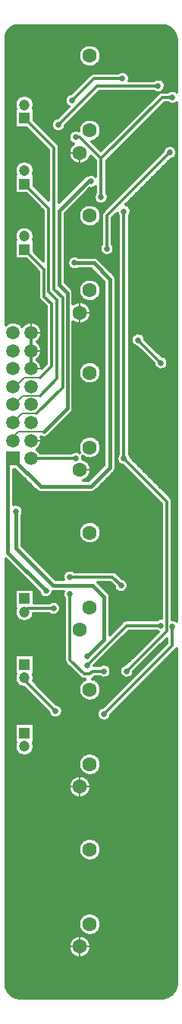
<source format=gbr>
G04 DipTrace 4.0.0.5*
G04 1 - Top.gbr*
%MOIN*%
G04 #@! TF.FileFunction,Copper,L1,Top*
G04 #@! TF.Part,Single*
G04 #@! TA.AperFunction,CopperBalancing*
%ADD15C,0.011811*%
%ADD16C,0.007874*%
G04 #@! TA.AperFunction,Conductor*
%ADD17C,0.015748*%
%ADD18C,0.00748*%
G04 #@! TA.AperFunction,ComponentPad*
%ADD20C,0.047244*%
%ADD21R,0.047244X0.047244*%
%ADD22R,0.059055X0.059055*%
%ADD23C,0.059055*%
%ADD24C,0.062992*%
G04 #@! TA.AperFunction,ViaPad*
%ADD25C,0.025591*%
%ADD26C,0.031496*%
%FSLAX26Y26*%
G04*
G70*
G90*
G75*
G01*
G04 Top*
%LPD*%
X644159Y4235638D2*
D15*
X814722Y4406201D1*
X1081659D1*
X1133189Y4113980D2*
X856659Y3837450D1*
Y3693701D1*
X704376Y4341622D2*
X800546Y4437793D1*
X925067D1*
X523293Y3168071D2*
Y3246811D1*
Y3325551D1*
X444553Y2853110D2*
D17*
Y2869094D1*
D16*
X467977Y2892518D1*
X580477D1*
D17*
X682657Y2994698D1*
Y3498983D1*
X647347Y3534293D1*
Y3859388D1*
X775520Y3987562D1*
X785864D1*
X771276Y1908318D2*
X844159Y1981201D1*
Y2168701D1*
X794159Y2218701D1*
X619772D1*
X456659Y2381814D1*
Y2543701D1*
X715166Y3631201D2*
X798710D1*
X870310Y3559601D1*
Y2734609D1*
X787571Y2651870D1*
X565208D1*
X444553Y2772525D1*
Y2774370D1*
X588686Y2196039D2*
X421032Y2363693D1*
Y2749004D1*
X444553Y2772525D1*
X931662Y3856201D2*
D15*
Y2774370D1*
X720410D2*
X523293D1*
X944159Y1843701D2*
X1119159Y2018701D1*
Y2586873D1*
X931662Y2774370D1*
X444553Y3089331D2*
X452289D1*
D18*
X491884Y3128925D1*
X563953D1*
D15*
X612520Y3177492D1*
Y3451252D1*
X581659Y3482113D1*
Y3601673D1*
X494161Y3689173D1*
X444553Y3010591D2*
X448549D1*
D18*
X487591Y3049633D1*
X562591D1*
D15*
X636873Y3123915D1*
Y3468786D1*
X601319Y3504340D1*
Y3869514D1*
X494161Y3976673D1*
X444553Y2931850D2*
D18*
X484113Y2971411D1*
X546869D1*
D15*
X662200Y3086741D1*
Y3477554D1*
X623275Y3516479D1*
Y4135059D1*
X494161Y4264173D1*
X919159Y2218701D2*
X881659Y2256201D1*
X694158D1*
X994159Y3293701D2*
X1094159Y3193701D1*
X494161Y2101673D2*
X511188Y2118701D1*
X622717D1*
X631659Y1668701D2*
X494161Y1806199D1*
Y1814173D1*
X1094159Y2043701D2*
X944159D1*
X769159Y1868701D1*
X1144159Y2038189D2*
Y1956201D1*
X844159Y1656201D1*
X831662Y3918698D2*
Y4087923D1*
X738384Y4181201D1*
X719159D1*
X831662Y4087923D2*
X1099940Y4356201D1*
X1144159D1*
X844159Y1843701D2*
X794159D1*
X781659Y1831201D1*
X756659D1*
X694161Y1893699D1*
Y2181201D1*
D25*
X644159Y4235638D3*
X1081659Y4406201D3*
X1133189Y4113980D3*
X856659Y3693701D3*
X704376Y4341622D3*
X925067Y4437793D3*
X785864Y3987562D3*
X771276Y1908318D3*
X456659Y2543701D3*
X715166Y3631201D3*
X588686Y2196039D3*
X931662Y3856201D3*
Y2774370D3*
X720410D3*
X944159Y1843701D3*
X919159Y2218701D3*
X694158Y2256201D3*
X994159Y3293701D3*
X1094159Y3193701D3*
X622717Y2118701D3*
X631659Y1668701D3*
X1094159Y2043701D3*
X769159Y1868701D3*
X1144159Y2038189D3*
X844159Y1656201D3*
X831662Y3918698D3*
X719159Y4181201D3*
X1144159Y4356201D3*
X844159Y1843701D3*
X694161Y2181201D3*
D26*
X691739Y1611937D3*
X940871Y1972017D3*
X993890Y2164261D3*
X789327Y2316223D3*
X435082Y4658055D2*
D15*
X1133792D1*
X423674Y4646375D2*
X1146745D1*
X417146Y4634696D2*
X1154830D1*
X413582Y4623016D2*
X1159813D1*
X413224Y4611336D2*
X1161796D1*
X413062Y4599656D2*
X1162766D1*
X413062Y4587976D2*
X1162766D1*
X413062Y4576297D2*
X749944D1*
X813380D2*
X1162766D1*
X413062Y4564617D2*
X739195D1*
X824130D2*
X1162766D1*
X413062Y4552937D2*
X733531D1*
X829781D2*
X1162766D1*
X413062Y4541257D2*
X731178D1*
X832134D2*
X1162766D1*
X413062Y4529577D2*
X731651D1*
X831662D2*
X1162766D1*
X413062Y4517898D2*
X735042D1*
X828283D2*
X1162766D1*
X413062Y4506218D2*
X742102D1*
X821212D2*
X1162766D1*
X413062Y4494538D2*
X755827D1*
X807498D2*
X1162766D1*
X413062Y4482858D2*
X1162766D1*
X413062Y4471178D2*
X1162766D1*
X413062Y4459499D2*
X789461D1*
X948031D2*
X1162766D1*
X413062Y4447819D2*
X775654D1*
X955321D2*
X1162766D1*
X413062Y4436139D2*
X763970D1*
X956947D2*
X1073468D1*
X1089855D2*
X1162766D1*
X413062Y4424459D2*
X752285D1*
X1107583D2*
X1162766D1*
X413062Y4412780D2*
X740613D1*
X1112877D2*
X1162766D1*
X413062Y4401100D2*
X728930D1*
X1113166D2*
X1162766D1*
X413062Y4389420D2*
X717256D1*
X1108609D2*
X1162766D1*
X413062Y4377740D2*
X705573D1*
X821178D2*
X1068842D1*
X413062Y4366060D2*
X684535D1*
X809504D2*
X1074875D1*
X413062Y4354381D2*
X465441D1*
X522868D2*
X675214D1*
X797821D2*
X1063201D1*
X413062Y4342701D2*
X456249D1*
X532073D2*
X672469D1*
X786147D2*
X1051518D1*
X413062Y4331021D2*
X452142D1*
X536179D2*
X674338D1*
X774464D2*
X1039834D1*
X1109683D2*
X1125336D1*
X413062Y4319341D2*
X451590D1*
X536733D2*
X682008D1*
X762780D2*
X1028161D1*
X1097998D2*
X1162766D1*
X413062Y4307661D2*
X454427D1*
X533884D2*
X681258D1*
X751107D2*
X1016477D1*
X1086326D2*
X1162766D1*
X413062Y4295982D2*
X451405D1*
X536916D2*
X669586D1*
X739423D2*
X1004793D1*
X1074641D2*
X1162766D1*
X413062Y4284302D2*
X451405D1*
X536916D2*
X657902D1*
X727750D2*
X993120D1*
X1062957D2*
X1162766D1*
X413062Y4272622D2*
X451405D1*
X536916D2*
X646217D1*
X716066D2*
X981436D1*
X1051285D2*
X1162766D1*
X413062Y4260942D2*
X451405D1*
X536916D2*
X625514D1*
X704382D2*
X969763D1*
X1039600D2*
X1162766D1*
X413062Y4249262D2*
X451405D1*
X543999D2*
X615410D1*
X692709D2*
X749609D1*
X813703D2*
X958079D1*
X1027928D2*
X1162766D1*
X413062Y4237583D2*
X451405D1*
X555671D2*
X612296D1*
X681025D2*
X739021D1*
X824304D2*
X946395D1*
X1016243D2*
X1162766D1*
X413062Y4225903D2*
X451405D1*
X567356D2*
X613818D1*
X674508D2*
X733451D1*
X829875D2*
X934722D1*
X1004560D2*
X1162766D1*
X413062Y4214223D2*
X509191D1*
X579028D2*
X620911D1*
X667403D2*
X731155D1*
X832158D2*
X923039D1*
X992888D2*
X1162766D1*
X413062Y4202543D2*
X520864D1*
X590713D2*
X695838D1*
X831628D2*
X911365D1*
X981203D2*
X1162766D1*
X413062Y4190864D2*
X532548D1*
X602397D2*
X688791D1*
X828167D2*
X899682D1*
X969519D2*
X1162766D1*
X413062Y4179184D2*
X544231D1*
X614069D2*
X687291D1*
X821004D2*
X887998D1*
X957846D2*
X1162766D1*
X413062Y4167504D2*
X555905D1*
X625754D2*
X690451D1*
X807036D2*
X876325D1*
X946162D2*
X1162766D1*
X413062Y4155824D2*
X567588D1*
X637437D2*
X700612D1*
X798686D2*
X864641D1*
X934490D2*
X1162766D1*
X413062Y4144144D2*
X579273D1*
X646515D2*
X698779D1*
X810359D2*
X852956D1*
X922805D2*
X1126040D1*
X1140340D2*
X1162766D1*
X413062Y4132465D2*
X590945D1*
X648314D2*
X691512D1*
X822042D2*
X841284D1*
X911121D2*
X1107435D1*
X413062Y4120785D2*
X598235D1*
X648314D2*
X687982D1*
X899448D2*
X1102025D1*
X413062Y4109105D2*
X598235D1*
X648314D2*
X687394D1*
X887764D2*
X1093386D1*
X413062Y4097425D2*
X598235D1*
X648314D2*
X689620D1*
X876081D2*
X1081714D1*
X413062Y4085745D2*
X598235D1*
X648314D2*
X695111D1*
X780704D2*
X798919D1*
X864407D2*
X1070031D1*
X1146545D2*
X1162766D1*
X413062Y4074066D2*
X476895D1*
X511427D2*
X598235D1*
X648314D2*
X705549D1*
X770266D2*
X806624D1*
X856703D2*
X1058357D1*
X1128195D2*
X1162766D1*
X413062Y4062386D2*
X461070D1*
X527239D2*
X598235D1*
X648314D2*
X806624D1*
X856703D2*
X1046674D1*
X1116511D2*
X1162766D1*
X413062Y4050706D2*
X454196D1*
X534125D2*
X598235D1*
X648314D2*
X806624D1*
X856703D2*
X1034989D1*
X1104838D2*
X1162766D1*
X413062Y4039026D2*
X451532D1*
X536779D2*
X598235D1*
X648314D2*
X806624D1*
X856703D2*
X1023317D1*
X1093154D2*
X1162766D1*
X413062Y4027346D2*
X452258D1*
X536063D2*
X598235D1*
X648314D2*
X806624D1*
X856703D2*
X1011633D1*
X1081481D2*
X1162766D1*
X413062Y4015667D2*
X451405D1*
X536916D2*
X598235D1*
X648314D2*
X772205D1*
X799516D2*
X806624D1*
X856703D2*
X999948D1*
X1069797D2*
X1162766D1*
X413062Y4003987D2*
X451405D1*
X536916D2*
X598235D1*
X648314D2*
X754235D1*
X856703D2*
X988276D1*
X1058113D2*
X1162766D1*
X413062Y3992307D2*
X451405D1*
X536916D2*
X598235D1*
X648314D2*
X742562D1*
X856703D2*
X976591D1*
X1046440D2*
X1162766D1*
X413062Y3980627D2*
X451405D1*
X536916D2*
X598235D1*
X648314D2*
X730878D1*
X856703D2*
X964919D1*
X1034756D2*
X1162766D1*
X413062Y3968948D2*
X451405D1*
X536916D2*
X598235D1*
X648314D2*
X719195D1*
X856703D2*
X953235D1*
X1023083D2*
X1162766D1*
X413062Y3957268D2*
X451405D1*
X548486D2*
X598235D1*
X648314D2*
X707521D1*
X792308D2*
X806624D1*
X856703D2*
X941550D1*
X1011399D2*
X1162766D1*
X413062Y3945588D2*
X451405D1*
X560170D2*
X598235D1*
X648314D2*
X695838D1*
X771246D2*
X806624D1*
X856703D2*
X929878D1*
X999716D2*
X1162766D1*
X413062Y3933908D2*
X502006D1*
X571854D2*
X598235D1*
X648314D2*
X684165D1*
X759573D2*
X803763D1*
X859563D2*
X918193D1*
X988042D2*
X1162766D1*
X413062Y3922228D2*
X513689D1*
X583527D2*
X598235D1*
X648314D2*
X672481D1*
X747889D2*
X799934D1*
X863393D2*
X906510D1*
X976359D2*
X1162766D1*
X413062Y3910549D2*
X525361D1*
X648314D2*
X660797D1*
X736217D2*
X800834D1*
X862493D2*
X894836D1*
X964675D2*
X1162766D1*
X413062Y3898869D2*
X537046D1*
X724532D2*
X806981D1*
X856346D2*
X883153D1*
X953002D2*
X1162766D1*
X413062Y3887189D2*
X548718D1*
X712848D2*
X871481D1*
X941318D2*
X1162766D1*
X413062Y3875509D2*
X560403D1*
X701175D2*
X748964D1*
X814350D2*
X859796D1*
X956773D2*
X1162766D1*
X413062Y3863829D2*
X572087D1*
X689491D2*
X738687D1*
X824638D2*
X848112D1*
X962633D2*
X1162766D1*
X413062Y3852150D2*
X576285D1*
X677819D2*
X733277D1*
X830036D2*
X836682D1*
X963325D2*
X1162766D1*
X413062Y3840470D2*
X576285D1*
X674359D2*
X731121D1*
X894604D2*
X904065D1*
X959264D2*
X1162766D1*
X413062Y3828790D2*
X576285D1*
X674359D2*
X731789D1*
X882920D2*
X906625D1*
X956704D2*
X1162766D1*
X413062Y3817110D2*
X576285D1*
X674359D2*
X735388D1*
X881697D2*
X906625D1*
X956704D2*
X1162766D1*
X413062Y3805430D2*
X576285D1*
X674359D2*
X742759D1*
X820566D2*
X831619D1*
X881697D2*
X906625D1*
X956704D2*
X1162766D1*
X413062Y3793751D2*
X576285D1*
X674359D2*
X757246D1*
X806067D2*
X831619D1*
X881697D2*
X906625D1*
X956704D2*
X1162766D1*
X413062Y3782071D2*
X468833D1*
X519489D2*
X576285D1*
X674359D2*
X831619D1*
X881697D2*
X906625D1*
X956704D2*
X1162766D1*
X413062Y3770391D2*
X457806D1*
X530515D2*
X576285D1*
X674359D2*
X831619D1*
X881697D2*
X906625D1*
X956704D2*
X1162766D1*
X413062Y3758711D2*
X452743D1*
X535567D2*
X576285D1*
X674359D2*
X831619D1*
X881697D2*
X906625D1*
X956704D2*
X1162766D1*
X413062Y3747031D2*
X451416D1*
X536894D2*
X576285D1*
X674359D2*
X831619D1*
X881697D2*
X906625D1*
X956704D2*
X1162766D1*
X413062Y3735352D2*
X453447D1*
X534864D2*
X576285D1*
X674359D2*
X831619D1*
X881697D2*
X906625D1*
X956704D2*
X1162766D1*
X413062Y3723672D2*
X451405D1*
X536916D2*
X576285D1*
X674359D2*
X831619D1*
X881697D2*
X906625D1*
X956704D2*
X1162766D1*
X413062Y3711992D2*
X451405D1*
X536916D2*
X576285D1*
X674359D2*
X830764D1*
X882550D2*
X906625D1*
X956704D2*
X1162766D1*
X413062Y3700312D2*
X451405D1*
X536916D2*
X576285D1*
X674359D2*
X825447D1*
X887868D2*
X906625D1*
X956704D2*
X1162766D1*
X413062Y3688633D2*
X451405D1*
X536916D2*
X576285D1*
X674359D2*
X825147D1*
X888168D2*
X906625D1*
X956704D2*
X1162766D1*
X413062Y3676953D2*
X451405D1*
X541300D2*
X576285D1*
X674359D2*
X829692D1*
X883624D2*
X906625D1*
X956704D2*
X1162766D1*
X413062Y3665273D2*
X451405D1*
X552985D2*
X576285D1*
X674359D2*
X843764D1*
X869552D2*
X906625D1*
X956704D2*
X1162766D1*
X413062Y3653593D2*
X451405D1*
X564657D2*
X576285D1*
X674359D2*
X692907D1*
X812758D2*
X906625D1*
X956704D2*
X1162766D1*
X413062Y3641913D2*
X506503D1*
X674359D2*
X685168D1*
X825699D2*
X906625D1*
X956704D2*
X1162766D1*
X413062Y3630234D2*
X518176D1*
X674359D2*
X683254D1*
X837382D2*
X906625D1*
X956704D2*
X1162766D1*
X413062Y3618554D2*
X529860D1*
X674359D2*
X685953D1*
X849067D2*
X906625D1*
X956704D2*
X1162766D1*
X413062Y3606874D2*
X541533D1*
X674359D2*
X695180D1*
X860739D2*
X906625D1*
X956704D2*
X1162766D1*
X413062Y3595194D2*
X553217D1*
X674359D2*
X797015D1*
X872424D2*
X906625D1*
X956704D2*
X1162766D1*
X413062Y3583514D2*
X556620D1*
X674359D2*
X808688D1*
X884108D2*
X906625D1*
X956704D2*
X1162766D1*
X413062Y3571835D2*
X556620D1*
X674359D2*
X820372D1*
X894235D2*
X906625D1*
X956704D2*
X1162766D1*
X413062Y3560155D2*
X556620D1*
X674359D2*
X832057D1*
X897314D2*
X906625D1*
X956704D2*
X1162766D1*
X413062Y3548475D2*
X556620D1*
X674359D2*
X748653D1*
X814672D2*
X843302D1*
X897314D2*
X906625D1*
X956704D2*
X1162766D1*
X413062Y3536795D2*
X556620D1*
X682548D2*
X738514D1*
X824800D2*
X843302D1*
X897314D2*
X906625D1*
X956704D2*
X1162766D1*
X413062Y3525115D2*
X556620D1*
X694231D2*
X733197D1*
X830116D2*
X843302D1*
X897314D2*
X906625D1*
X956704D2*
X1162766D1*
X413062Y3513436D2*
X556620D1*
X705247D2*
X731109D1*
X832204D2*
X843302D1*
X897314D2*
X906625D1*
X956704D2*
X1162766D1*
X413062Y3501756D2*
X556620D1*
X709515D2*
X731835D1*
X831489D2*
X843302D1*
X897314D2*
X906625D1*
X956704D2*
X1162766D1*
X413062Y3490076D2*
X556620D1*
X709665D2*
X735503D1*
X827809D2*
X843302D1*
X897314D2*
X906625D1*
X956704D2*
X1162766D1*
X413062Y3478396D2*
X556909D1*
X709665D2*
X742978D1*
X820335D2*
X843302D1*
X897314D2*
X906625D1*
X956704D2*
X1162766D1*
X413062Y3466717D2*
X562249D1*
X709665D2*
X757742D1*
X805571D2*
X843302D1*
X897314D2*
X906625D1*
X956704D2*
X1162766D1*
X413062Y3455037D2*
X573817D1*
X764221D2*
X843302D1*
X897314D2*
X906625D1*
X956704D2*
X1162766D1*
X413062Y3443357D2*
X585490D1*
X777693D2*
X843302D1*
X897314D2*
X906625D1*
X956704D2*
X1162766D1*
X413062Y3431677D2*
X587485D1*
X784649D2*
X843302D1*
X897314D2*
X906625D1*
X956704D2*
X1162766D1*
X413062Y3419997D2*
X587485D1*
X787958D2*
X843302D1*
X897314D2*
X906625D1*
X956704D2*
X1162766D1*
X413062Y3408318D2*
X587485D1*
X788363D2*
X843302D1*
X897314D2*
X906625D1*
X956704D2*
X1162766D1*
X413062Y3396638D2*
X587485D1*
X785940D2*
X843302D1*
X897314D2*
X906625D1*
X956704D2*
X1162766D1*
X413062Y3384958D2*
X587485D1*
X780196D2*
X843302D1*
X897314D2*
X906625D1*
X956704D2*
X1162766D1*
X413062Y3373278D2*
X587485D1*
X769273D2*
X843302D1*
X897314D2*
X906625D1*
X956704D2*
X1162766D1*
X476640Y3361598D2*
X491209D1*
X555384D2*
X587485D1*
X709665D2*
X843302D1*
X897314D2*
X906625D1*
X956704D2*
X1162766D1*
X565222Y3349919D2*
X587485D1*
X709665D2*
X843302D1*
X897314D2*
X906625D1*
X956704D2*
X1162766D1*
X570228Y3338239D2*
X587485D1*
X709665D2*
X843302D1*
X897314D2*
X906625D1*
X956704D2*
X1162766D1*
X571947Y3326559D2*
X587485D1*
X709665D2*
X843302D1*
X897314D2*
X906625D1*
X956704D2*
X1162766D1*
X570735Y3314879D2*
X587485D1*
X709665D2*
X843302D1*
X897314D2*
X906625D1*
X956704D2*
X970686D1*
X1017628D2*
X1162766D1*
X566364Y3303199D2*
X587485D1*
X709665D2*
X843302D1*
X897314D2*
X906625D1*
X956704D2*
X963731D1*
X1024583D2*
X1162766D1*
X557586Y3291520D2*
X587485D1*
X709665D2*
X843302D1*
X897314D2*
X906625D1*
X1031262D2*
X1162766D1*
X558590Y3279840D2*
X587485D1*
X709665D2*
X843302D1*
X897314D2*
X906625D1*
X956704D2*
X965531D1*
X1042945D2*
X1162766D1*
X566882Y3268160D2*
X587485D1*
X709665D2*
X843302D1*
X897314D2*
X906625D1*
X956704D2*
X975854D1*
X1054619D2*
X1162766D1*
X570955Y3256480D2*
X587485D1*
X709665D2*
X843302D1*
X897314D2*
X906625D1*
X956704D2*
X996453D1*
X1066302D2*
X1162766D1*
X571911Y3244801D2*
X587485D1*
X709665D2*
X843302D1*
X897314D2*
X906625D1*
X956704D2*
X1008137D1*
X1077986D2*
X1162766D1*
X569939Y3233121D2*
X587485D1*
X709665D2*
X843302D1*
X897314D2*
X906625D1*
X956704D2*
X1019822D1*
X1089659D2*
X1162766D1*
X564611Y3221441D2*
X587485D1*
X709665D2*
X843302D1*
X897314D2*
X906625D1*
X956704D2*
X1031494D1*
X1108609D2*
X1162766D1*
X554172Y3209761D2*
X587485D1*
X709665D2*
X843302D1*
X897314D2*
X906625D1*
X956704D2*
X1043179D1*
X1121562D2*
X1162766D1*
X561266Y3198081D2*
X587485D1*
X709665D2*
X769344D1*
X793968D2*
X843302D1*
X897314D2*
X906625D1*
X956704D2*
X1054863D1*
X1125772D2*
X1162766D1*
X568279Y3186402D2*
X586504D1*
X709665D2*
X747119D1*
X816207D2*
X843302D1*
X897314D2*
X906625D1*
X956704D2*
X1063109D1*
X1125208D2*
X1162766D1*
X709665Y3174722D2*
X737707D1*
X825607D2*
X843302D1*
X897314D2*
X906625D1*
X956704D2*
X1068784D1*
X1119532D2*
X1162766D1*
X709665Y3163042D2*
X732805D1*
X830508D2*
X843302D1*
X897314D2*
X906625D1*
X956704D2*
X1090642D1*
X1097668D2*
X1162766D1*
X709665Y3151362D2*
X731052D1*
X832273D2*
X843302D1*
X897314D2*
X906625D1*
X956704D2*
X1162766D1*
X709665Y3139682D2*
X732102D1*
X831224D2*
X843302D1*
X897314D2*
X906625D1*
X956704D2*
X1162766D1*
X709665Y3128003D2*
X736138D1*
X827175D2*
X843302D1*
X897314D2*
X906625D1*
X956704D2*
X1162766D1*
X709665Y3116323D2*
X744178D1*
X819136D2*
X843302D1*
X897314D2*
X906625D1*
X956704D2*
X1162766D1*
X709665Y3104643D2*
X760556D1*
X802758D2*
X843302D1*
X897314D2*
X906625D1*
X956704D2*
X1162766D1*
X709665Y3092963D2*
X843302D1*
X897314D2*
X906625D1*
X956704D2*
X1162766D1*
X709665Y3081283D2*
X843302D1*
X897314D2*
X906625D1*
X956704D2*
X1162766D1*
X709665Y3069604D2*
X843302D1*
X897314D2*
X906625D1*
X956704D2*
X1162766D1*
X709665Y3057924D2*
X843302D1*
X897314D2*
X906625D1*
X956704D2*
X1162766D1*
X709665Y3046244D2*
X843302D1*
X897314D2*
X906625D1*
X956704D2*
X1162766D1*
X709665Y3034564D2*
X843302D1*
X897314D2*
X906625D1*
X956704D2*
X1162766D1*
X709665Y3022885D2*
X843302D1*
X897314D2*
X906625D1*
X956704D2*
X1162766D1*
X709665Y3011205D2*
X843302D1*
X897314D2*
X906625D1*
X956704D2*
X1162766D1*
X709665Y2999525D2*
X843302D1*
X897314D2*
X906625D1*
X956704D2*
X1162766D1*
X708742Y2987845D2*
X843302D1*
X897314D2*
X906625D1*
X956704D2*
X1162766D1*
X701833Y2976165D2*
X843302D1*
X897314D2*
X906625D1*
X956704D2*
X1162766D1*
X690149Y2964486D2*
X843302D1*
X897314D2*
X906625D1*
X956704D2*
X1162766D1*
X678465Y2952806D2*
X843302D1*
X897314D2*
X906625D1*
X956704D2*
X1162766D1*
X666792Y2941126D2*
X843302D1*
X897314D2*
X906625D1*
X956704D2*
X1162766D1*
X655108Y2929446D2*
X843302D1*
X897314D2*
X906625D1*
X956704D2*
X1162766D1*
X643435Y2917766D2*
X843302D1*
X897314D2*
X906625D1*
X956704D2*
X1162766D1*
X631751Y2906087D2*
X843302D1*
X897314D2*
X906625D1*
X956704D2*
X1162766D1*
X620067Y2894407D2*
X843302D1*
X897314D2*
X906625D1*
X956704D2*
X1162766D1*
X608394Y2882727D2*
X843302D1*
X897314D2*
X906625D1*
X956704D2*
X1162766D1*
X596007Y2871047D2*
X768260D1*
X795053D2*
X843302D1*
X897314D2*
X906625D1*
X956704D2*
X1162766D1*
X571542Y2859367D2*
X746830D1*
X816483D2*
X843302D1*
X897314D2*
X906625D1*
X956704D2*
X1162766D1*
X571646Y2847688D2*
X737557D1*
X825756D2*
X843302D1*
X897314D2*
X906625D1*
X956704D2*
X1162766D1*
X568763Y2836008D2*
X732735D1*
X830578D2*
X843302D1*
X897314D2*
X906625D1*
X956704D2*
X1162766D1*
X562234Y2824328D2*
X731040D1*
X832273D2*
X843302D1*
X897314D2*
X906625D1*
X956704D2*
X1162766D1*
X552569Y2812648D2*
X732159D1*
X831166D2*
X843302D1*
X897314D2*
X906625D1*
X956704D2*
X1162766D1*
X563804Y2800969D2*
X703796D1*
X827048D2*
X843302D1*
X897314D2*
X906625D1*
X956704D2*
X1162766D1*
X818894Y2789289D2*
X843302D1*
X897314D2*
X903591D1*
X959726D2*
X1162766D1*
X752168Y2777609D2*
X761167D1*
X802158D2*
X843302D1*
X963418D2*
X1162766D1*
X766771Y2765929D2*
X843302D1*
X975020D2*
X1162766D1*
X778927Y2754249D2*
X843302D1*
X897314D2*
X907225D1*
X986705D2*
X1162766D1*
X785294Y2742570D2*
X840569D1*
X897314D2*
X928540D1*
X998389D2*
X1162766D1*
X788178Y2730890D2*
X828885D1*
X897049D2*
X940224D1*
X1010061D2*
X1162766D1*
X448035Y2719210D2*
X460159D1*
X788201D2*
X817200D1*
X892228D2*
X951897D1*
X1021746D2*
X1162766D1*
X448035Y2707530D2*
X471843D1*
X785376D2*
X805528D1*
X880936D2*
X963581D1*
X1033418D2*
X1162766D1*
X448035Y2695850D2*
X483528D1*
X779066D2*
X793843D1*
X869252D2*
X975266D1*
X1045103D2*
X1162766D1*
X448035Y2684171D2*
X495200D1*
X767060D2*
X782171D1*
X857579D2*
X986937D1*
X1056787D2*
X1162766D1*
X448035Y2672491D2*
X506884D1*
X845895D2*
X998621D1*
X1068458D2*
X1162766D1*
X448035Y2660811D2*
X518557D1*
X834222D2*
X1010294D1*
X1080144D2*
X1162766D1*
X448035Y2649131D2*
X530241D1*
X822539D2*
X1021978D1*
X1091827D2*
X1162766D1*
X448035Y2637451D2*
X541926D1*
X810855D2*
X1033663D1*
X1103500D2*
X1162766D1*
X448035Y2625772D2*
X1045335D1*
X1115184D2*
X1162766D1*
X448035Y2614092D2*
X1057020D1*
X1126857D2*
X1162766D1*
X448035Y2602412D2*
X1068704D1*
X1138449D2*
X1162766D1*
X448035Y2590732D2*
X1080376D1*
X1143881D2*
X1162766D1*
X448035Y2579052D2*
X1092061D1*
X1144204D2*
X1162766D1*
X477470Y2567373D2*
X1094125D1*
X1144204D2*
X1162766D1*
X486155Y2555693D2*
X1094125D1*
X1144204D2*
X1162766D1*
X488588Y2544013D2*
X1094125D1*
X1144204D2*
X1162766D1*
X486409Y2532333D2*
X1094125D1*
X1144204D2*
X1162766D1*
X483663Y2520654D2*
X1094125D1*
X1144204D2*
X1162766D1*
X483663Y2508974D2*
X1094125D1*
X1144204D2*
X1162766D1*
X483663Y2497294D2*
X766369D1*
X796956D2*
X1094125D1*
X1144204D2*
X1162766D1*
X483663Y2485614D2*
X746276D1*
X817048D2*
X1094125D1*
X1144204D2*
X1162766D1*
X483663Y2473934D2*
X737256D1*
X826057D2*
X1094125D1*
X1144204D2*
X1162766D1*
X483663Y2462255D2*
X732598D1*
X830716D2*
X1094125D1*
X1144204D2*
X1162766D1*
X483663Y2450575D2*
X731028D1*
X832285D2*
X1094125D1*
X1144204D2*
X1162766D1*
X483663Y2438895D2*
X732273D1*
X831050D2*
X1094125D1*
X1144204D2*
X1162766D1*
X483663Y2427215D2*
X736541D1*
X826783D2*
X1094125D1*
X1144204D2*
X1162766D1*
X483663Y2415535D2*
X744927D1*
X818398D2*
X1094125D1*
X1144204D2*
X1162766D1*
X483663Y2403856D2*
X762448D1*
X800865D2*
X1094125D1*
X1144204D2*
X1162766D1*
X483998Y2392176D2*
X1094125D1*
X1144204D2*
X1162766D1*
X495682Y2380496D2*
X1094125D1*
X1144204D2*
X1162766D1*
X507367Y2368816D2*
X1094125D1*
X1144204D2*
X1162766D1*
X519039Y2357136D2*
X1094125D1*
X1144204D2*
X1162766D1*
X530724Y2345457D2*
X1094125D1*
X1144204D2*
X1162766D1*
X542407Y2333777D2*
X1094125D1*
X1144204D2*
X1162766D1*
X413062Y2322097D2*
X424922D1*
X554079D2*
X1094125D1*
X1144204D2*
X1162766D1*
X413062Y2310417D2*
X436607D1*
X565764D2*
X1094125D1*
X1144204D2*
X1162766D1*
X413062Y2298738D2*
X448279D1*
X577436D2*
X1094125D1*
X1144204D2*
X1162766D1*
X413062Y2287058D2*
X459962D1*
X589121D2*
X1094125D1*
X1144204D2*
X1162766D1*
X413062Y2275378D2*
X471647D1*
X600805D2*
X668940D1*
X897037D2*
X1094125D1*
X1144204D2*
X1162766D1*
X413062Y2263698D2*
X483319D1*
X612477D2*
X663161D1*
X909079D2*
X1094125D1*
X1144204D2*
X1162766D1*
X413062Y2252018D2*
X495004D1*
X624162D2*
X662515D1*
X920764D2*
X1094125D1*
X1144204D2*
X1162766D1*
X413062Y2240339D2*
X506676D1*
X942183D2*
X1094125D1*
X1144204D2*
X1162766D1*
X413062Y2228659D2*
X518360D1*
X821903D2*
X874283D1*
X949426D2*
X1094125D1*
X1144204D2*
X1162766D1*
X413062Y2216979D2*
X530045D1*
X833588D2*
X885956D1*
X951041D2*
X1094125D1*
X1144204D2*
X1162766D1*
X413062Y2205299D2*
X541717D1*
X845272D2*
X890304D1*
X948019D2*
X1094125D1*
X1144204D2*
X1162766D1*
X413062Y2193619D2*
X451405D1*
X536916D2*
X553402D1*
X856945D2*
X900189D1*
X938123D2*
X1094125D1*
X1144204D2*
X1162766D1*
X413062Y2181940D2*
X451405D1*
X536916D2*
X560184D1*
X617195D2*
X662238D1*
X867521D2*
X1094125D1*
X1144204D2*
X1162766D1*
X413062Y2170260D2*
X451405D1*
X536916D2*
X570749D1*
X606629D2*
X664246D1*
X871120D2*
X1094125D1*
X1144204D2*
X1162766D1*
X413062Y2158580D2*
X451405D1*
X536916D2*
X669124D1*
X871167D2*
X1094125D1*
X1144204D2*
X1162766D1*
X413062Y2146900D2*
X451405D1*
X536916D2*
X609273D1*
X636157D2*
X669124D1*
X871167D2*
X1094125D1*
X1144204D2*
X1162766D1*
X413062Y2135220D2*
X451405D1*
X649836D2*
X669124D1*
X871167D2*
X1094125D1*
X1144204D2*
X1162766D1*
X413062Y2123541D2*
X451405D1*
X654266D2*
X669124D1*
X871167D2*
X1094125D1*
X1144204D2*
X1162766D1*
X413062Y2111861D2*
X452674D1*
X653873D2*
X669124D1*
X871167D2*
X1094125D1*
X1144204D2*
X1162766D1*
X413062Y2100181D2*
X451428D1*
X648441D2*
X669124D1*
X871167D2*
X1094125D1*
X1144204D2*
X1162766D1*
X413062Y2088501D2*
X453550D1*
X534772D2*
X615755D1*
X629675D2*
X669124D1*
X871167D2*
X1094125D1*
X1144204D2*
X1162766D1*
X413062Y2076822D2*
X459651D1*
X528670D2*
X669124D1*
X871167D2*
X1094125D1*
X1144204D2*
X1162766D1*
X413062Y2065142D2*
X473136D1*
X515187D2*
X669124D1*
X871167D2*
X932508D1*
X413062Y2053462D2*
X669124D1*
X871167D2*
X919002D1*
X413062Y2041782D2*
X669124D1*
X871167D2*
X907317D1*
X413062Y2030102D2*
X669124D1*
X871167D2*
X895633D1*
X413062Y2018423D2*
X669124D1*
X871167D2*
X883960D1*
X953797D2*
X1075474D1*
X413062Y2006743D2*
X669124D1*
X942125D2*
X1072279D1*
X413062Y1995063D2*
X669124D1*
X930441D2*
X1060595D1*
X413062Y1983383D2*
X669124D1*
X918768D2*
X1048923D1*
X413062Y1971703D2*
X669124D1*
X907084D2*
X1037238D1*
X1107087D2*
X1119120D1*
X413062Y1960024D2*
X669124D1*
X895399D2*
X1025554D1*
X1095403D2*
X1113065D1*
X413062Y1948344D2*
X669124D1*
X883728D2*
X1013881D1*
X1083718D2*
X1101380D1*
X413062Y1936664D2*
X669124D1*
X872044D2*
X1002197D1*
X1072046D2*
X1089696D1*
X413062Y1924984D2*
X669124D1*
X860359D2*
X990525D1*
X1060363D2*
X1078023D1*
X1147860D2*
X1162766D1*
X413062Y1913304D2*
X451405D1*
X536916D2*
X669124D1*
X848687D2*
X978840D1*
X1048689D2*
X1066339D1*
X1136188D2*
X1162766D1*
X413062Y1901625D2*
X451405D1*
X536916D2*
X669124D1*
X837002D2*
X967157D1*
X1037006D2*
X1054655D1*
X1124504D2*
X1162766D1*
X413062Y1889945D2*
X451405D1*
X536916D2*
X669424D1*
X825330D2*
X955483D1*
X1025321D2*
X1042982D1*
X1112819D2*
X1162766D1*
X413062Y1878265D2*
X451405D1*
X536916D2*
X674788D1*
X813646D2*
X943800D1*
X1013649D2*
X1031298D1*
X1101147D2*
X1162766D1*
X413062Y1866585D2*
X451405D1*
X536916D2*
X686356D1*
X865872D2*
X922439D1*
X1001965D2*
X1019625D1*
X1089462D2*
X1162766D1*
X413062Y1854906D2*
X451405D1*
X536916D2*
X698029D1*
X873969D2*
X914342D1*
X990280D2*
X1007941D1*
X1077791D2*
X1162766D1*
X413062Y1843226D2*
X451405D1*
X536916D2*
X709713D1*
X876081D2*
X912230D1*
X978608D2*
X996258D1*
X1066107D2*
X1162766D1*
X413062Y1831546D2*
X455210D1*
X533111D2*
X721397D1*
X873588D2*
X914734D1*
X973579D2*
X984584D1*
X1054422D2*
X1162766D1*
X413062Y1819866D2*
X451797D1*
X536525D2*
X733070D1*
X864766D2*
X923557D1*
X964767D2*
X972901D1*
X1042750D2*
X1162766D1*
X413062Y1808186D2*
X451843D1*
X536478D2*
X749195D1*
X801523D2*
X961228D1*
X1031065D2*
X1162766D1*
X413062Y1796507D2*
X455350D1*
X538773D2*
X744674D1*
X818651D2*
X949544D1*
X1019381D2*
X1162766D1*
X413062Y1784827D2*
X463527D1*
X550458D2*
X736403D1*
X826910D2*
X937860D1*
X1007709D2*
X1162766D1*
X413062Y1773147D2*
X486250D1*
X562130D2*
X732217D1*
X831108D2*
X926187D1*
X996024D2*
X1162766D1*
X413062Y1761467D2*
X503966D1*
X573815D2*
X731040D1*
X832285D2*
X914503D1*
X984352D2*
X1162766D1*
X413062Y1749787D2*
X515650D1*
X585499D2*
X732666D1*
X830658D2*
X902819D1*
X972667D2*
X1162766D1*
X413062Y1738108D2*
X527334D1*
X597171D2*
X737407D1*
X825906D2*
X891146D1*
X960983D2*
X1162766D1*
X413062Y1726428D2*
X539007D1*
X608856D2*
X746553D1*
X816771D2*
X879462D1*
X949310D2*
X1162766D1*
X413062Y1714748D2*
X550691D1*
X620540D2*
X767280D1*
X796044D2*
X867789D1*
X937626D2*
X1162766D1*
X413062Y1703068D2*
X562376D1*
X632213D2*
X856105D1*
X925943D2*
X1162766D1*
X413062Y1691388D2*
X574048D1*
X653596D2*
X844422D1*
X914270D2*
X1162766D1*
X413062Y1679709D2*
X585731D1*
X661556D2*
X823151D1*
X902586D2*
X1162766D1*
X413062Y1668029D2*
X597405D1*
X663586D2*
X814594D1*
X890913D2*
X1162766D1*
X413062Y1656349D2*
X602318D1*
X661002D2*
X812229D1*
X879229D2*
X1162766D1*
X413062Y1644669D2*
X611292D1*
X652016D2*
X814478D1*
X873843D2*
X1162766D1*
X413062Y1632990D2*
X822818D1*
X865503D2*
X1162766D1*
X413062Y1621310D2*
X1162766D1*
X413062Y1609630D2*
X451405D1*
X536916D2*
X1162766D1*
X413062Y1597950D2*
X451405D1*
X536916D2*
X1162766D1*
X413062Y1586270D2*
X451405D1*
X536916D2*
X1162766D1*
X413062Y1574591D2*
X451405D1*
X536916D2*
X1162766D1*
X413062Y1562911D2*
X451405D1*
X536916D2*
X1162766D1*
X413062Y1551231D2*
X451405D1*
X536916D2*
X1162766D1*
X413062Y1539551D2*
X451405D1*
X536916D2*
X1162766D1*
X413062Y1527871D2*
X453724D1*
X534599D2*
X1162766D1*
X413062Y1516192D2*
X451451D1*
X536871D2*
X1162766D1*
X413062Y1504512D2*
X452546D1*
X535775D2*
X1162766D1*
X413062Y1492832D2*
X457298D1*
X531023D2*
X1162766D1*
X413062Y1481152D2*
X467714D1*
X520596D2*
X761167D1*
X802158D2*
X1162766D1*
X413062Y1469472D2*
X744419D1*
X818894D2*
X1162766D1*
X413062Y1457793D2*
X736276D1*
X827048D2*
X1162766D1*
X413062Y1446113D2*
X732159D1*
X831166D2*
X1162766D1*
X413062Y1434433D2*
X731040D1*
X832273D2*
X1162766D1*
X413062Y1422753D2*
X732735D1*
X830578D2*
X1162766D1*
X413062Y1411073D2*
X737557D1*
X825756D2*
X1162766D1*
X413062Y1399394D2*
X746830D1*
X816483D2*
X1162766D1*
X413062Y1387714D2*
X768260D1*
X795053D2*
X1162766D1*
X413062Y1376034D2*
X705804D1*
X770012D2*
X1162766D1*
X413062Y1364354D2*
X695238D1*
X780577D2*
X1162766D1*
X413062Y1352675D2*
X689678D1*
X786137D2*
X1162766D1*
X413062Y1340995D2*
X687406D1*
X788409D2*
X1162766D1*
X413062Y1329315D2*
X687948D1*
X787867D2*
X1162766D1*
X413062Y1317635D2*
X691420D1*
X784394D2*
X1162766D1*
X413062Y1305955D2*
X698605D1*
X777209D2*
X1162766D1*
X413062Y1294276D2*
X712620D1*
X763195D2*
X1162766D1*
X413062Y1282596D2*
X1162766D1*
X413062Y1270916D2*
X1162766D1*
X413062Y1259236D2*
X1162766D1*
X413062Y1247556D2*
X1162766D1*
X413062Y1235877D2*
X1162766D1*
X413062Y1224197D2*
X1162766D1*
X413062Y1212517D2*
X1162766D1*
X413062Y1200837D2*
X1162766D1*
X413062Y1189157D2*
X1162766D1*
X413062Y1177478D2*
X1162766D1*
X413062Y1165798D2*
X1162766D1*
X413062Y1154118D2*
X1162766D1*
X413062Y1142438D2*
X1162766D1*
X413062Y1130759D2*
X1162766D1*
X413062Y1119079D2*
X1162766D1*
X413062Y1107399D2*
X759968D1*
X803346D2*
X1162766D1*
X413062Y1095719D2*
X743935D1*
X819378D2*
X1162766D1*
X413062Y1084039D2*
X736011D1*
X827302D2*
X1162766D1*
X413062Y1072360D2*
X732044D1*
X831281D2*
X1162766D1*
X413062Y1060680D2*
X731063D1*
X832262D2*
X1162766D1*
X413062Y1049000D2*
X732885D1*
X830439D2*
X1162766D1*
X413062Y1037320D2*
X737868D1*
X825457D2*
X1162766D1*
X413062Y1025640D2*
X747407D1*
X815918D2*
X1162766D1*
X413062Y1013961D2*
X770545D1*
X792768D2*
X1162766D1*
X413062Y1002281D2*
X1162766D1*
X413062Y990601D2*
X1162766D1*
X413062Y978921D2*
X1162766D1*
X413062Y967241D2*
X1162766D1*
X413062Y955562D2*
X1162766D1*
X413062Y943882D2*
X1162766D1*
X413062Y932202D2*
X1162766D1*
X413062Y920522D2*
X1162766D1*
X413062Y908843D2*
X1162766D1*
X413062Y897163D2*
X1162766D1*
X413062Y885483D2*
X1162766D1*
X413062Y873803D2*
X1162766D1*
X413062Y862123D2*
X1162766D1*
X413062Y850444D2*
X1162766D1*
X413062Y838764D2*
X1162766D1*
X413062Y827084D2*
X1162766D1*
X413062Y815404D2*
X1162766D1*
X413062Y803724D2*
X1162766D1*
X413062Y792045D2*
X1162766D1*
X413062Y780365D2*
X759402D1*
X803911D2*
X1162766D1*
X413062Y768685D2*
X743704D1*
X819620D2*
X1162766D1*
X413062Y757005D2*
X735884D1*
X827428D2*
X1162766D1*
X413062Y745325D2*
X731986D1*
X831327D2*
X1162766D1*
X413062Y733646D2*
X731074D1*
X832250D2*
X1162766D1*
X413062Y721966D2*
X732955D1*
X830359D2*
X1162766D1*
X413062Y710286D2*
X738018D1*
X825294D2*
X1162766D1*
X413062Y698606D2*
X747695D1*
X815617D2*
X1162766D1*
X413062Y686927D2*
X771928D1*
X791385D2*
X1162766D1*
X413062Y675247D2*
X704846D1*
X770969D2*
X1162766D1*
X413062Y663567D2*
X694742D1*
X781084D2*
X1162766D1*
X413062Y651887D2*
X689436D1*
X786390D2*
X1162766D1*
X413062Y640207D2*
X687360D1*
X788466D2*
X1162766D1*
X413062Y628528D2*
X688087D1*
X787729D2*
X1162766D1*
X413062Y616848D2*
X691777D1*
X784049D2*
X1162766D1*
X413062Y605168D2*
X699275D1*
X776552D2*
X1162766D1*
X413062Y593488D2*
X714084D1*
X761730D2*
X1162766D1*
X413062Y581808D2*
X1162766D1*
X413062Y570129D2*
X1162766D1*
X413062Y558449D2*
X1162766D1*
X413062Y546769D2*
X1162766D1*
X413062Y535089D2*
X1162766D1*
X413062Y523409D2*
X1162766D1*
X413062Y511730D2*
X1162766D1*
X413062Y500050D2*
X1162766D1*
X413062Y488370D2*
X1162766D1*
X413062Y476690D2*
X1162766D1*
X414700Y465010D2*
X1161081D1*
X418069Y453331D2*
X1157771D1*
X423905Y441651D2*
X1152061D1*
X433386Y429971D2*
X1142684D1*
X450191Y418291D2*
X1125245D1*
X535112Y2094841D2*
X534060Y2089990D1*
X531991Y2084430D1*
X529153Y2079222D1*
X525602Y2074471D1*
X521410Y2070273D1*
X516663Y2066715D1*
X511460Y2063867D1*
X505903Y2061791D1*
X500108Y2060525D1*
X494192Y2060098D1*
X488275Y2060517D1*
X482477Y2061773D1*
X476918Y2063843D1*
X471709Y2066681D1*
X466958Y2070232D1*
X462760Y2074424D1*
X459203Y2079169D1*
X456356Y2084374D1*
X454279Y2089929D1*
X453014Y2095724D1*
X452586Y2101642D1*
X453004Y2107558D1*
X454260Y2113356D1*
X456330Y2118915D1*
X456460Y2119154D1*
X452584D1*
Y2202303D1*
X535734D1*
Y2142562D1*
X603323Y2142559D1*
X607388Y2145354D1*
X612709Y2147774D1*
X618392Y2149143D1*
X624231Y2149412D1*
X630016Y2148570D1*
X635537Y2146648D1*
X640594Y2143718D1*
X645006Y2139882D1*
X648612Y2135281D1*
X651281Y2130081D1*
X652919Y2124470D1*
X653465Y2118701D1*
X652899Y2112832D1*
X651243Y2107226D1*
X648556Y2102034D1*
X644935Y2097445D1*
X640511Y2093625D1*
X635444Y2090710D1*
X629916Y2088807D1*
X624129Y2087986D1*
X618291Y2088273D1*
X612612Y2089660D1*
X607298Y2092098D1*
X603457Y2094843D1*
X535172D1*
X535317Y1808287D2*
X534060Y1802490D1*
X533395Y1800703D1*
X634815Y1699285D1*
X638958Y1698570D1*
X644479Y1696648D1*
X649536Y1693718D1*
X653948Y1689882D1*
X657554Y1685281D1*
X660224Y1680081D1*
X661861Y1674470D1*
X662407Y1668701D1*
X661842Y1662832D1*
X660186Y1657226D1*
X657498Y1652034D1*
X653877Y1647445D1*
X649453Y1643625D1*
X644386Y1640710D1*
X638859Y1638807D1*
X633071Y1637986D1*
X627233Y1638273D1*
X621554Y1639660D1*
X616241Y1642098D1*
X611485Y1645496D1*
X607458Y1649734D1*
X604306Y1654656D1*
X602142Y1660087D1*
X601107Y1665509D1*
X494021Y1772598D1*
X488275Y1773017D1*
X482477Y1774273D1*
X476918Y1776343D1*
X471709Y1779181D1*
X466958Y1782732D1*
X462760Y1786924D1*
X459203Y1791669D1*
X456356Y1796874D1*
X454279Y1802429D1*
X453014Y1808224D1*
X452586Y1814142D1*
X453004Y1820058D1*
X454260Y1825856D1*
X456330Y1831415D1*
X456460Y1831654D1*
X452584D1*
Y1914803D1*
X535734D1*
Y1831654D1*
X531888D1*
X534042Y1825916D1*
X535308Y1820121D1*
X535735Y1814173D1*
X535317Y1808287D1*
Y1508287D2*
X534060Y1502490D1*
X531991Y1496930D1*
X529153Y1491722D1*
X525602Y1486971D1*
X521410Y1482773D1*
X516663Y1479215D1*
X511460Y1476367D1*
X505903Y1474291D1*
X500108Y1473025D1*
X494192Y1472598D1*
X488275Y1473017D1*
X482477Y1474273D1*
X476918Y1476343D1*
X471709Y1479181D1*
X466958Y1482732D1*
X462760Y1486924D1*
X459203Y1491669D1*
X456356Y1496874D1*
X454279Y1502429D1*
X453014Y1508224D1*
X452586Y1514142D1*
X453004Y1520058D1*
X454260Y1525856D1*
X456330Y1531415D1*
X456460Y1531654D1*
X452584D1*
Y1614803D1*
X535734D1*
Y1531654D1*
X531888D1*
X534042Y1525916D1*
X535308Y1520121D1*
X535735Y1514173D1*
X535317Y1508287D1*
X830756Y4531510D2*
X829714Y4525744D1*
X827998Y4520143D1*
X825632Y4514783D1*
X822649Y4509741D1*
X819088Y4505088D1*
X815004Y4500887D1*
X810452Y4497199D1*
X805495Y4494076D1*
X800204Y4491562D1*
X794651Y4489690D1*
X788918Y4488488D1*
X783082Y4487974D1*
X777225Y4488152D1*
X771431Y4489022D1*
X765781Y4490571D1*
X760354Y4492778D1*
X755226Y4495612D1*
X750469Y4499030D1*
X746149Y4502990D1*
X742329Y4507430D1*
X739060Y4512293D1*
X736389Y4517508D1*
X734354Y4523001D1*
X732982Y4528697D1*
X732294Y4534516D1*
X732300Y4540374D1*
X732998Y4546192D1*
X734378Y4551885D1*
X736424Y4557375D1*
X739104Y4562585D1*
X742381Y4567441D1*
X746209Y4571877D1*
X750536Y4575827D1*
X755298Y4579239D1*
X760432Y4582063D1*
X765864Y4584260D1*
X771516Y4585799D1*
X777312Y4586659D1*
X783168Y4586827D1*
X789003Y4586302D1*
X794735Y4585091D1*
X800284Y4583209D1*
X805571Y4580685D1*
X810521Y4577552D1*
X815069Y4573857D1*
X819146Y4569650D1*
X822696Y4564990D1*
X825671Y4559942D1*
X828028Y4554579D1*
X829735Y4548974D1*
X830766Y4543207D1*
X831108Y4537402D1*
X830756Y4531510D1*
Y3831510D2*
X829714Y3825744D1*
X827998Y3820143D1*
X825632Y3814783D1*
X822649Y3809741D1*
X819088Y3805088D1*
X815004Y3800887D1*
X810452Y3797199D1*
X805495Y3794076D1*
X800204Y3791562D1*
X794651Y3789690D1*
X788918Y3788488D1*
X783082Y3787974D1*
X777225Y3788152D1*
X771431Y3789022D1*
X765781Y3790571D1*
X760354Y3792778D1*
X755226Y3795612D1*
X750469Y3799030D1*
X746149Y3802990D1*
X742329Y3807430D1*
X739060Y3812293D1*
X736389Y3817508D1*
X734354Y3823001D1*
X732982Y3828697D1*
X732294Y3834516D1*
X732300Y3840374D1*
X732998Y3846192D1*
X734378Y3851885D1*
X736424Y3857375D1*
X739104Y3862585D1*
X742381Y3867441D1*
X746209Y3871877D1*
X750536Y3875827D1*
X755298Y3879239D1*
X760432Y3882063D1*
X765864Y3884260D1*
X771516Y3885799D1*
X777312Y3886659D1*
X783168Y3886827D1*
X789003Y3886302D1*
X794735Y3885091D1*
X800284Y3883209D1*
X805571Y3880685D1*
X810521Y3877552D1*
X815069Y3873857D1*
X819146Y3869650D1*
X822696Y3864990D1*
X825671Y3859942D1*
X828028Y3854579D1*
X829735Y3848974D1*
X830766Y3843207D1*
X831108Y3837402D1*
X830756Y3831510D1*
Y3504739D2*
X829714Y3498972D1*
X827998Y3493371D1*
X825632Y3488012D1*
X822649Y3482970D1*
X819088Y3478316D1*
X815004Y3474115D1*
X810452Y3470428D1*
X805495Y3467304D1*
X800204Y3464790D1*
X794651Y3462919D1*
X788918Y3461717D1*
X783082Y3461202D1*
X777225Y3461381D1*
X771431Y3462251D1*
X765781Y3463799D1*
X760354Y3466007D1*
X755226Y3468840D1*
X750469Y3472259D1*
X746149Y3476218D1*
X742329Y3480659D1*
X739060Y3485521D1*
X736389Y3490736D1*
X734354Y3496230D1*
X732982Y3501925D1*
X732294Y3507744D1*
X732300Y3513602D1*
X732998Y3519420D1*
X734378Y3525113D1*
X736424Y3530604D1*
X739104Y3535814D1*
X742381Y3540669D1*
X746209Y3545105D1*
X750536Y3549055D1*
X755298Y3552467D1*
X760432Y3555291D1*
X765864Y3557488D1*
X771516Y3559028D1*
X777312Y3559887D1*
X783168Y3560055D1*
X789003Y3559530D1*
X794735Y3558319D1*
X800284Y3556437D1*
X805571Y3553913D1*
X810521Y3550781D1*
X815069Y3547085D1*
X819146Y3542878D1*
X822696Y3538218D1*
X825671Y3533171D1*
X828028Y3527807D1*
X829735Y3522202D1*
X830766Y3516436D1*
X831108Y3510630D1*
X830756Y3504739D1*
Y3144010D2*
X829714Y3138244D1*
X827998Y3132643D1*
X825632Y3127283D1*
X822649Y3122241D1*
X819088Y3117588D1*
X815004Y3113387D1*
X810452Y3109699D1*
X805495Y3106576D1*
X800204Y3104062D1*
X794651Y3102190D1*
X788918Y3100988D1*
X783082Y3100474D1*
X777225Y3100652D1*
X771431Y3101522D1*
X765781Y3103071D1*
X760354Y3105278D1*
X755226Y3108112D1*
X750469Y3111530D1*
X746149Y3115490D1*
X742329Y3119930D1*
X739060Y3124793D1*
X736389Y3130008D1*
X734354Y3135501D1*
X732982Y3141197D1*
X732294Y3147016D1*
X732300Y3152874D1*
X732998Y3158692D1*
X734378Y3164385D1*
X736424Y3169875D1*
X739104Y3175085D1*
X742381Y3179941D1*
X746209Y3184377D1*
X750536Y3188327D1*
X755298Y3191739D1*
X760432Y3194563D1*
X765864Y3196760D1*
X771516Y3198299D1*
X777312Y3199159D1*
X783168Y3199327D1*
X789003Y3198802D1*
X794735Y3197591D1*
X800284Y3195709D1*
X805571Y3193185D1*
X810521Y3190052D1*
X815069Y3186357D1*
X819146Y3182150D1*
X822696Y3177490D1*
X825671Y3172442D1*
X828028Y3167079D1*
X829735Y3161474D1*
X830766Y3155707D1*
X831108Y3149902D1*
X830756Y3144010D1*
Y2444010D2*
X829714Y2438244D1*
X827998Y2432643D1*
X825632Y2427283D1*
X822649Y2422241D1*
X819088Y2417588D1*
X815004Y2413387D1*
X810452Y2409699D1*
X805495Y2406576D1*
X800204Y2404062D1*
X794651Y2402190D1*
X788918Y2400988D1*
X783082Y2400474D1*
X777225Y2400652D1*
X771431Y2401522D1*
X765781Y2403071D1*
X760354Y2405278D1*
X755226Y2408112D1*
X750469Y2411530D1*
X746149Y2415490D1*
X742329Y2419930D1*
X739060Y2424793D1*
X736389Y2430008D1*
X734354Y2435501D1*
X732982Y2441197D1*
X732294Y2447016D1*
X732300Y2452874D1*
X732998Y2458692D1*
X734378Y2464385D1*
X736424Y2469875D1*
X739104Y2475085D1*
X742381Y2479941D1*
X746209Y2484377D1*
X750536Y2488327D1*
X755298Y2491739D1*
X760432Y2494563D1*
X765864Y2496760D1*
X771516Y2498299D1*
X777312Y2499159D1*
X783168Y2499327D1*
X789003Y2498802D1*
X794735Y2497591D1*
X800284Y2495709D1*
X805571Y2493185D1*
X810521Y2490052D1*
X815069Y2486357D1*
X819146Y2482150D1*
X822696Y2477490D1*
X825671Y2472442D1*
X828028Y2467079D1*
X829735Y2461474D1*
X830766Y2455707D1*
X831108Y2449902D1*
X830756Y2444010D1*
X793293Y1810373D2*
X796036Y1809714D1*
X801531Y1807681D1*
X806747Y1805013D1*
X811611Y1801747D1*
X816054Y1797929D1*
X820015Y1793612D1*
X823436Y1788856D1*
X826272Y1783730D1*
X828482Y1778303D1*
X830033Y1772654D1*
X830907Y1766860D1*
X831108Y1762402D1*
X830756Y1756510D1*
X829714Y1750744D1*
X827998Y1745143D1*
X825632Y1739783D1*
X822649Y1734741D1*
X819088Y1730088D1*
X815004Y1725887D1*
X810452Y1722199D1*
X805495Y1719076D1*
X800204Y1716562D1*
X794651Y1714690D1*
X788918Y1713488D1*
X783082Y1712974D1*
X777225Y1713152D1*
X771431Y1714022D1*
X765781Y1715571D1*
X760354Y1717778D1*
X755226Y1720612D1*
X750469Y1724030D1*
X746149Y1727990D1*
X742329Y1732430D1*
X739060Y1737293D1*
X736389Y1742508D1*
X734354Y1748001D1*
X732982Y1753697D1*
X732294Y1759516D1*
X732300Y1765374D1*
X732998Y1771192D1*
X734378Y1776885D1*
X736424Y1782375D1*
X739104Y1787585D1*
X742381Y1792441D1*
X746209Y1796877D1*
X750536Y1800827D1*
X755298Y1804239D1*
X756306Y1804856D1*
X757327Y1805449D1*
X758361Y1806018D1*
X759410Y1806562D1*
X761040Y1807343D1*
X756182Y1807348D1*
X755002Y1807400D1*
X749221Y1808531D1*
X743894Y1811045D1*
X739789Y1814331D1*
X677302Y1876816D1*
X675406Y1878951D1*
X672364Y1883996D1*
X670651Y1889633D1*
X670302Y1893699D1*
Y2161801D1*
X669960Y2162234D1*
X666808Y2167156D1*
X664644Y2172587D1*
X663546Y2178329D1*
X663557Y2184175D1*
X664672Y2189912D1*
X665864Y2192873D1*
X619129Y2192881D1*
X618868Y2190171D1*
X617212Y2184564D1*
X614524Y2179373D1*
X610903Y2174783D1*
X606479Y2170963D1*
X601413Y2168049D1*
X595885Y2166146D1*
X590098Y2165324D1*
X584259Y2165612D1*
X578581Y2166999D1*
X573267Y2169437D1*
X568511Y2172835D1*
X564485Y2177072D1*
X561333Y2181995D1*
X559168Y2187425D1*
X558788Y2189416D1*
X507771Y2240430D1*
X411877Y2336323D1*
X411876Y476239D1*
X414281Y459757D1*
X420218Y445113D1*
X429469Y432301D1*
X441500Y422058D1*
X455623Y414971D1*
X471161Y411417D1*
X1099092D1*
X1116402Y414010D1*
X1131626Y420509D1*
X1144725Y430634D1*
X1154851Y443732D1*
X1161350Y458959D1*
X1163944Y476270D1*
Y1942865D1*
X1163658Y1942453D1*
X1161029Y1939331D1*
X874746Y1653047D1*
X874342Y1650332D1*
X872686Y1644726D1*
X869998Y1639534D1*
X866377Y1634945D1*
X861953Y1631125D1*
X856886Y1628210D1*
X851359Y1626307D1*
X845571Y1625486D1*
X839733Y1625773D1*
X834054Y1627160D1*
X828741Y1629598D1*
X823985Y1632996D1*
X819958Y1637234D1*
X816806Y1642156D1*
X814642Y1647587D1*
X813545Y1653329D1*
X813556Y1659175D1*
X814671Y1664912D1*
X816852Y1670336D1*
X820021Y1675248D1*
X824062Y1679472D1*
X828830Y1682854D1*
X834151Y1685274D1*
X839834Y1686643D1*
X840911Y1686693D1*
X1120301Y1966084D1*
Y1986100D1*
X974743Y1840545D1*
X974342Y1837832D1*
X972686Y1832226D1*
X969998Y1827034D1*
X966377Y1822445D1*
X961953Y1818625D1*
X956886Y1815710D1*
X951359Y1813807D1*
X945571Y1812986D1*
X939733Y1813273D1*
X934054Y1814660D1*
X928741Y1817098D1*
X923985Y1820496D1*
X919958Y1824734D1*
X916806Y1829656D1*
X914642Y1835087D1*
X913545Y1840829D1*
X913556Y1846675D1*
X914671Y1852412D1*
X916852Y1857836D1*
X920021Y1862748D1*
X924062Y1866972D1*
X928830Y1870354D1*
X934151Y1872774D1*
X939834Y1874143D1*
X940911Y1874193D1*
X1082124Y2015406D1*
X1078741Y2017098D1*
X1074899Y2019843D1*
X954045D1*
X801758Y1867559D1*
X824764D1*
X828830Y1870354D1*
X834151Y1872774D1*
X839834Y1874143D1*
X845674Y1874412D1*
X851458Y1873570D1*
X856979Y1871648D1*
X862036Y1868718D1*
X866448Y1864882D1*
X870054Y1860281D1*
X872724Y1855081D1*
X874361Y1849470D1*
X874907Y1843701D1*
X874342Y1837832D1*
X872686Y1832226D1*
X869998Y1827034D1*
X866377Y1822445D1*
X861953Y1818625D1*
X856886Y1815710D1*
X851359Y1813807D1*
X845571Y1812986D1*
X839733Y1813273D1*
X834054Y1814660D1*
X828741Y1817098D1*
X824899Y1819843D1*
X804039D1*
X798542Y1814344D1*
X793293Y1810373D1*
X830756Y1429739D2*
X829714Y1423972D1*
X827998Y1418371D1*
X825632Y1413012D1*
X822649Y1407970D1*
X819088Y1403316D1*
X815004Y1399115D1*
X810452Y1395428D1*
X805495Y1392304D1*
X800204Y1389790D1*
X794651Y1387919D1*
X788918Y1386717D1*
X783082Y1386202D1*
X777225Y1386381D1*
X771431Y1387251D1*
X765781Y1388799D1*
X760354Y1391007D1*
X755226Y1393840D1*
X750469Y1397259D1*
X746149Y1401218D1*
X742329Y1405659D1*
X739060Y1410521D1*
X736389Y1415736D1*
X734354Y1421230D1*
X732982Y1426925D1*
X732294Y1432744D1*
X732300Y1438602D1*
X732998Y1444420D1*
X734378Y1450113D1*
X736424Y1455604D1*
X739104Y1460814D1*
X742381Y1465669D1*
X746209Y1470105D1*
X750536Y1474055D1*
X755298Y1477467D1*
X760432Y1480291D1*
X765864Y1482488D1*
X771516Y1484028D1*
X777312Y1484887D1*
X783168Y1485055D1*
X789003Y1484530D1*
X794735Y1483319D1*
X800284Y1481437D1*
X805571Y1478913D1*
X810521Y1475781D1*
X815069Y1472085D1*
X819146Y1467878D1*
X822696Y1463218D1*
X825671Y1458171D1*
X828028Y1452807D1*
X829735Y1447202D1*
X830766Y1441436D1*
X831108Y1435630D1*
X830756Y1429739D1*
X787319Y1335480D2*
X787203Y1333518D1*
X787007Y1331562D1*
X786734Y1329614D1*
X786384Y1327680D1*
X785957Y1325760D1*
X785455Y1323858D1*
X784877Y1321979D1*
X784225Y1320125D1*
X783499Y1318297D1*
X782701Y1316500D1*
X781834Y1314735D1*
X780895Y1313007D1*
X779890Y1311318D1*
X778818Y1309669D1*
X777682Y1308064D1*
X776482Y1306507D1*
X775221Y1304997D1*
X773901Y1303539D1*
X772524Y1302136D1*
X771094Y1300787D1*
X769609Y1299497D1*
X768075Y1298268D1*
X766494Y1297098D1*
X764868Y1295995D1*
X763199Y1294955D1*
X761489Y1293983D1*
X759742Y1293080D1*
X757961Y1292248D1*
X756147Y1291486D1*
X754306Y1290798D1*
X752439Y1290182D1*
X750548Y1289642D1*
X748637Y1289177D1*
X746709Y1288789D1*
X744768Y1288478D1*
X742815Y1288244D1*
X740856Y1288088D1*
X738892Y1288009D1*
X736924D1*
X734960Y1288088D1*
X733000Y1288244D1*
X731048Y1288479D1*
X729105Y1288790D1*
X727179Y1289178D1*
X725268Y1289643D1*
X723377Y1290184D1*
X721510Y1290799D1*
X719668Y1291488D1*
X717855Y1292249D1*
X716074Y1293083D1*
X714327Y1293986D1*
X712619Y1294958D1*
X710949Y1295996D1*
X709322Y1297101D1*
X707741Y1298269D1*
X706207Y1299500D1*
X704724Y1300790D1*
X703292Y1302139D1*
X701915Y1303543D1*
X700596Y1305001D1*
X699335Y1306510D1*
X698136Y1308068D1*
X696999Y1309672D1*
X695927Y1311320D1*
X694922Y1313010D1*
X693985Y1314739D1*
X693116Y1316503D1*
X692319Y1318301D1*
X691594Y1320129D1*
X690941Y1321983D1*
X690364Y1323864D1*
X689861Y1325764D1*
X689435Y1327684D1*
X689084Y1329618D1*
X688813Y1331566D1*
X688617Y1333522D1*
X688500Y1335486D1*
X688461Y1337451D1*
X688500Y1339417D1*
X688617Y1341379D1*
X688813Y1343336D1*
X689086Y1345283D1*
X689436Y1347218D1*
X689863Y1349138D1*
X690365Y1351039D1*
X690943Y1352919D1*
X691595Y1354773D1*
X692321Y1356601D1*
X693119Y1358398D1*
X693986Y1360163D1*
X694924Y1361891D1*
X695930Y1363580D1*
X697002Y1365228D1*
X698138Y1366833D1*
X699338Y1368391D1*
X700599Y1369900D1*
X701919Y1371358D1*
X703296Y1372761D1*
X704726Y1374110D1*
X706210Y1375400D1*
X707745Y1376630D1*
X709326Y1377799D1*
X710952Y1378903D1*
X712621Y1379942D1*
X714331Y1380915D1*
X716078Y1381818D1*
X717859Y1382650D1*
X719672Y1383412D1*
X721514Y1384100D1*
X723381Y1384715D1*
X725272Y1385256D1*
X727183Y1385720D1*
X729111Y1386109D1*
X731052Y1386420D1*
X733004Y1386654D1*
X734964Y1386810D1*
X736928Y1386888D1*
X738895D1*
X740860Y1386810D1*
X742819Y1386654D1*
X744772Y1386419D1*
X746714Y1386108D1*
X748641Y1385719D1*
X750552Y1385255D1*
X752443Y1384714D1*
X754310Y1384098D1*
X756151Y1383409D1*
X757965Y1382648D1*
X759746Y1381815D1*
X761493Y1380912D1*
X763201Y1379940D1*
X764871Y1378902D1*
X766498Y1377797D1*
X768079Y1376629D1*
X769613Y1375398D1*
X771096Y1374108D1*
X772528Y1372759D1*
X773905Y1371354D1*
X775224Y1369896D1*
X776485Y1368387D1*
X777684Y1366829D1*
X778821Y1365226D1*
X779893Y1363577D1*
X780898Y1361887D1*
X781835Y1360159D1*
X782704Y1358395D1*
X783500Y1356597D1*
X784226Y1354769D1*
X784878Y1352915D1*
X785456Y1351034D1*
X785958Y1349134D1*
X786385Y1347214D1*
X786735Y1345280D1*
X787007Y1343332D1*
X787203Y1341375D1*
X787319Y1339412D1*
X787359Y1337449D1*
X787319Y1335480D1*
X830756Y1056510D2*
X829714Y1050744D1*
X827998Y1045143D1*
X825632Y1039783D1*
X822649Y1034741D1*
X819088Y1030088D1*
X815004Y1025887D1*
X810452Y1022199D1*
X805495Y1019076D1*
X800204Y1016562D1*
X794651Y1014690D1*
X788918Y1013488D1*
X783082Y1012974D1*
X777225Y1013152D1*
X771431Y1014022D1*
X765781Y1015571D1*
X760354Y1017778D1*
X755226Y1020612D1*
X750469Y1024030D1*
X746149Y1027990D1*
X742329Y1032430D1*
X739060Y1037293D1*
X736389Y1042508D1*
X734354Y1048001D1*
X732982Y1053697D1*
X732294Y1059516D1*
X732300Y1065374D1*
X732998Y1071192D1*
X734378Y1076885D1*
X736424Y1082375D1*
X739104Y1087585D1*
X742381Y1092441D1*
X746209Y1096877D1*
X750536Y1100827D1*
X755298Y1104239D1*
X760432Y1107063D1*
X765864Y1109260D1*
X771516Y1110799D1*
X777312Y1111659D1*
X783168Y1111827D1*
X789003Y1111302D1*
X794735Y1110091D1*
X800284Y1108209D1*
X805571Y1105685D1*
X810521Y1102552D1*
X815069Y1098857D1*
X819146Y1094650D1*
X822696Y1089990D1*
X825671Y1084942D1*
X828028Y1079579D1*
X829735Y1073974D1*
X830766Y1068207D1*
X831108Y1062402D1*
X830756Y1056510D1*
Y729739D2*
X829714Y723972D1*
X827998Y718371D1*
X825632Y713012D1*
X822649Y707970D1*
X819088Y703316D1*
X815004Y699115D1*
X810452Y695428D1*
X805495Y692304D1*
X800204Y689790D1*
X794651Y687919D1*
X788918Y686717D1*
X783082Y686202D1*
X777225Y686381D1*
X771431Y687251D1*
X765781Y688799D1*
X760354Y691007D1*
X755226Y693840D1*
X750469Y697259D1*
X746149Y701218D1*
X742329Y705659D1*
X739060Y710521D1*
X736389Y715736D1*
X734354Y721230D1*
X732982Y726925D1*
X732294Y732744D1*
X732300Y738602D1*
X732998Y744420D1*
X734378Y750113D1*
X736424Y755604D1*
X739104Y760814D1*
X742381Y765669D1*
X746209Y770105D1*
X750536Y774055D1*
X755298Y777467D1*
X760432Y780291D1*
X765864Y782488D1*
X771516Y784028D1*
X777312Y784887D1*
X783168Y785055D1*
X789003Y784530D1*
X794735Y783319D1*
X800284Y781437D1*
X805571Y778913D1*
X810521Y775781D1*
X815069Y772085D1*
X819146Y767878D1*
X822696Y763218D1*
X825671Y758171D1*
X828028Y752807D1*
X829735Y747202D1*
X830766Y741436D1*
X831108Y735630D1*
X830756Y729739D1*
X787319Y635480D2*
X787203Y633518D1*
X787007Y631562D1*
X786734Y629614D1*
X786384Y627680D1*
X785957Y625760D1*
X785455Y623858D1*
X784877Y621979D1*
X784225Y620125D1*
X783499Y618297D1*
X782701Y616500D1*
X781834Y614735D1*
X780895Y613007D1*
X779890Y611318D1*
X778818Y609669D1*
X777682Y608064D1*
X776482Y606507D1*
X775221Y604997D1*
X773901Y603539D1*
X772524Y602136D1*
X771094Y600787D1*
X769609Y599497D1*
X768075Y598268D1*
X766494Y597098D1*
X764868Y595995D1*
X763199Y594955D1*
X761489Y593983D1*
X759742Y593080D1*
X757961Y592248D1*
X756147Y591486D1*
X754306Y590798D1*
X752439Y590182D1*
X750548Y589642D1*
X748637Y589177D1*
X746709Y588789D1*
X744768Y588478D1*
X742815Y588244D1*
X740856Y588088D1*
X738892Y588009D1*
X736924D1*
X734960Y588088D1*
X733000Y588244D1*
X731048Y588479D1*
X729105Y588790D1*
X727179Y589178D1*
X725268Y589643D1*
X723377Y590184D1*
X721510Y590799D1*
X719668Y591488D1*
X717855Y592249D1*
X716074Y593083D1*
X714327Y593986D1*
X712619Y594958D1*
X710949Y595996D1*
X709322Y597101D1*
X707741Y598269D1*
X706207Y599500D1*
X704724Y600790D1*
X703292Y602139D1*
X701915Y603543D1*
X700596Y605001D1*
X699335Y606510D1*
X698136Y608068D1*
X696999Y609672D1*
X695927Y611320D1*
X694922Y613010D1*
X693985Y614739D1*
X693116Y616503D1*
X692319Y618301D1*
X691594Y620129D1*
X690941Y621983D1*
X690364Y623864D1*
X689861Y625764D1*
X689435Y627684D1*
X689084Y629618D1*
X688813Y631566D1*
X688617Y633522D1*
X688500Y635486D1*
X688461Y637451D1*
X688500Y639417D1*
X688617Y641379D1*
X688813Y643336D1*
X689086Y645283D1*
X689436Y647218D1*
X689863Y649138D1*
X690365Y651039D1*
X690943Y652919D1*
X691595Y654773D1*
X692321Y656601D1*
X693119Y658398D1*
X693986Y660163D1*
X694924Y661891D1*
X695930Y663580D1*
X697002Y665228D1*
X698138Y666833D1*
X699338Y668391D1*
X700599Y669900D1*
X701919Y671358D1*
X703296Y672761D1*
X704726Y674110D1*
X706210Y675400D1*
X707745Y676630D1*
X709326Y677799D1*
X710952Y678903D1*
X712621Y679942D1*
X714331Y680915D1*
X716078Y681818D1*
X717859Y682650D1*
X719672Y683412D1*
X721514Y684100D1*
X723381Y684715D1*
X725272Y685256D1*
X727183Y685720D1*
X729111Y686109D1*
X731052Y686420D1*
X733004Y686654D1*
X734964Y686810D1*
X736928Y686888D1*
X738895D1*
X740860Y686810D1*
X742819Y686654D1*
X744772Y686419D1*
X746714Y686108D1*
X748641Y685719D1*
X750552Y685255D1*
X752443Y684714D1*
X754310Y684098D1*
X756151Y683409D1*
X757965Y682648D1*
X759746Y681815D1*
X761493Y680912D1*
X763201Y679940D1*
X764871Y678902D1*
X766498Y677797D1*
X768079Y676629D1*
X769613Y675398D1*
X771096Y674108D1*
X772528Y672759D1*
X773905Y671354D1*
X775224Y669896D1*
X776485Y668387D1*
X777684Y666829D1*
X778821Y665226D1*
X779893Y663577D1*
X780898Y661887D1*
X781835Y660159D1*
X782704Y658395D1*
X783500Y656597D1*
X784226Y654769D1*
X784878Y652915D1*
X785456Y651034D1*
X785958Y649134D1*
X786385Y647214D1*
X786735Y645280D1*
X787007Y643332D1*
X787203Y641375D1*
X787319Y639412D1*
X787359Y637449D1*
X787319Y635480D1*
X895812Y2730525D2*
X894220Y2724845D1*
X891385Y2719680D1*
X888573Y2716346D1*
X805844Y2633618D1*
X802710Y2630946D1*
X797574Y2628059D1*
X791916Y2626411D1*
X787571Y2626043D1*
X565228D1*
X561117Y2626369D1*
X555444Y2627961D1*
X550279Y2630795D1*
X546945Y2633608D1*
X453665Y2726890D1*
X446860D1*
X446859Y2572846D1*
X452334Y2574143D1*
X458174Y2574412D1*
X463958Y2573570D1*
X469479Y2571648D1*
X474536Y2568718D1*
X478948Y2564882D1*
X482554Y2560281D1*
X485224Y2555081D1*
X486861Y2549470D1*
X487407Y2543701D1*
X486842Y2537832D1*
X485186Y2532226D1*
X482487Y2527021D1*
X482486Y2392513D1*
X630466Y2244530D1*
X665707Y2244528D1*
X664641Y2247587D1*
X663544Y2253329D1*
X663554Y2259175D1*
X664670Y2264912D1*
X666851Y2270336D1*
X670020Y2275248D1*
X674061Y2279472D1*
X678829Y2282854D1*
X684150Y2285274D1*
X689833Y2286643D1*
X695672Y2286912D1*
X701457Y2286070D1*
X706978Y2284148D1*
X712035Y2281218D1*
X713367Y2280060D1*
X881659Y2280059D1*
X887504Y2279332D1*
X892994Y2277194D1*
X897796Y2273774D1*
X906456Y2265146D1*
X922314Y2249286D1*
X926458Y2248570D1*
X931979Y2246648D1*
X937036Y2243718D1*
X941448Y2239882D1*
X945054Y2235281D1*
X947724Y2230081D1*
X949361Y2224470D1*
X949907Y2218701D1*
X949342Y2212832D1*
X947686Y2207226D1*
X944998Y2202034D1*
X941377Y2197445D1*
X936953Y2193625D1*
X931886Y2190710D1*
X926359Y2188807D1*
X920571Y2187986D1*
X914733Y2188273D1*
X909054Y2189660D1*
X903741Y2192098D1*
X898985Y2195496D1*
X894958Y2199734D1*
X891806Y2204656D1*
X889642Y2210087D1*
X888607Y2215509D1*
X871775Y2232344D1*
X817039Y2232343D1*
X862422Y2186963D1*
X866086Y2182348D1*
X868608Y2177022D1*
X869859Y2171259D1*
X869986Y2168684D1*
Y2003272D1*
X927289Y2060571D1*
X931936Y2064190D1*
X937329Y2066560D1*
X943144Y2067537D1*
X955834Y2067559D1*
X1074758D1*
X1078830Y2070354D1*
X1084151Y2072774D1*
X1089834Y2074143D1*
X1095302Y2074395D1*
X1095301Y2576987D1*
X928508Y2743782D1*
X927235Y2743942D1*
X921557Y2745329D1*
X916243Y2747768D1*
X911487Y2751165D1*
X907460Y2755403D1*
X904308Y2760325D1*
X902145Y2765756D1*
X901048Y2771499D1*
X901057Y2777344D1*
X902174Y2783081D1*
X904355Y2788505D1*
X907523Y2793417D1*
X907804Y2793710D1*
X907802Y3836799D1*
X907460Y3837234D1*
X904308Y3842156D1*
X902145Y3847587D1*
X901886Y3848938D1*
X880521Y3827571D1*
X880518Y3719256D1*
Y3713102D1*
X882554Y3710281D1*
X885224Y3705081D1*
X886861Y3699470D1*
X887407Y3693701D1*
X886842Y3687832D1*
X885186Y3682226D1*
X882498Y3677034D1*
X878877Y3672445D1*
X874453Y3668625D1*
X869386Y3665710D1*
X863859Y3663807D1*
X858071Y3662986D1*
X852233Y3663273D1*
X846554Y3664660D1*
X841241Y3667098D1*
X836485Y3670496D1*
X832458Y3674734D1*
X829306Y3679656D1*
X827142Y3685087D1*
X826045Y3690829D1*
X826056Y3696675D1*
X827171Y3702412D1*
X829352Y3707836D1*
X832521Y3712748D1*
X832801Y3713041D1*
Y3837450D1*
X833528Y3843295D1*
X835665Y3848785D1*
X839086Y3853587D1*
X848154Y3862686D1*
X1102607Y4117139D1*
X1103701Y4122692D1*
X1105882Y4128115D1*
X1109052Y4133028D1*
X1113092Y4137252D1*
X1117860Y4140634D1*
X1123182Y4143054D1*
X1128864Y4144423D1*
X1134704Y4144692D1*
X1140489Y4143849D1*
X1146010Y4141928D1*
X1151066Y4138997D1*
X1155478Y4135161D1*
X1159084Y4130560D1*
X1161754Y4125361D1*
X1163392Y4119749D1*
X1163937Y4113980D1*
X1163372Y4108112D1*
X1161716Y4102505D1*
X1159028Y4097314D1*
X1155407Y4092724D1*
X1150983Y4088904D1*
X1145916Y4085990D1*
X1140389Y4084087D1*
X1136483Y4083531D1*
X939007Y3886058D1*
X944481Y3884148D1*
X949539Y3881218D1*
X953951Y3877382D1*
X957556Y3872781D1*
X960226Y3867581D1*
X961864Y3861970D1*
X962410Y3856201D1*
X961844Y3850332D1*
X960188Y3844726D1*
X957500Y3839534D1*
X955516Y3837020D1*
X955520Y3466463D1*
Y2793772D1*
X957556Y2790950D1*
X960226Y2785751D1*
X961864Y2780139D1*
X962096Y2777677D1*
X1136029Y2603743D1*
X1139649Y2599094D1*
X1142019Y2593702D1*
X1142995Y2587888D1*
X1143018Y2575049D1*
Y2068909D1*
X1145674Y2068900D1*
X1151458Y2068058D1*
X1156979Y2066136D1*
X1162036Y2063206D1*
X1163945Y2061547D1*
X1163943Y4332659D1*
X1161953Y4331125D1*
X1156886Y4328210D1*
X1151359Y4326307D1*
X1145571Y4325486D1*
X1139733Y4325773D1*
X1134054Y4327160D1*
X1128741Y4329598D1*
X1124899Y4332343D1*
X1109825D1*
X855524Y4078043D1*
X855520Y3964172D1*
Y3938098D1*
X857557Y3935278D1*
X860226Y3930079D1*
X861864Y3924467D1*
X862410Y3918698D1*
X861844Y3912829D1*
X860188Y3907223D1*
X857500Y3902031D1*
X853880Y3897442D1*
X849456Y3893622D1*
X844389Y3890707D1*
X838861Y3888804D1*
X833074Y3887983D1*
X827235Y3888270D1*
X821557Y3889657D1*
X816243Y3892096D1*
X811487Y3895493D1*
X807461Y3899731D1*
X804309Y3904654D1*
X802145Y3910084D1*
X801048Y3915827D1*
X801058Y3921672D1*
X802174Y3927409D1*
X804355Y3932833D1*
X807524Y3937745D1*
X807804Y3938038D1*
X807801Y3966063D1*
X803658Y3962486D1*
X798591Y3959571D1*
X793063Y3957668D1*
X787276Y3956846D1*
X781615Y3957125D1*
X768898Y3944415D1*
X673174Y3848686D1*
X673175Y3544990D1*
X700919Y3517245D1*
X704583Y3512630D1*
X707105Y3507304D1*
X708356Y3501541D1*
X708483Y3498966D1*
Y3452177D1*
X709326Y3452799D1*
X710952Y3453903D1*
X712621Y3454942D1*
X714331Y3455915D1*
X716078Y3456818D1*
X717859Y3457650D1*
X719672Y3458412D1*
X721514Y3459100D1*
X723381Y3459715D1*
X725272Y3460256D1*
X727183Y3460720D1*
X729111Y3461109D1*
X731052Y3461420D1*
X733004Y3461654D1*
X734964Y3461810D1*
X736928Y3461888D1*
X738895D1*
X740860Y3461810D1*
X742819Y3461654D1*
X744772Y3461419D1*
X746714Y3461108D1*
X748641Y3460719D1*
X750552Y3460255D1*
X752443Y3459714D1*
X754310Y3459098D1*
X756151Y3458409D1*
X757965Y3457648D1*
X759746Y3456815D1*
X761493Y3455912D1*
X763201Y3454940D1*
X764871Y3453902D1*
X766498Y3452797D1*
X768079Y3451629D1*
X769613Y3450398D1*
X771096Y3449108D1*
X772528Y3447759D1*
X773905Y3446354D1*
X775224Y3444896D1*
X776485Y3443387D1*
X777684Y3441829D1*
X778821Y3440226D1*
X779893Y3438577D1*
X780898Y3436887D1*
X781835Y3435159D1*
X782704Y3433395D1*
X783500Y3431597D1*
X784226Y3429769D1*
X784878Y3427915D1*
X785456Y3426034D1*
X785958Y3424134D1*
X786385Y3422214D1*
X786735Y3420280D1*
X787007Y3418332D1*
X787203Y3416375D1*
X787319Y3414412D1*
X787359Y3412449D1*
X787319Y3410480D1*
X787203Y3408518D1*
X787007Y3406562D1*
X786734Y3404614D1*
X786384Y3402680D1*
X785957Y3400760D1*
X785455Y3398858D1*
X784877Y3396979D1*
X784225Y3395125D1*
X783499Y3393297D1*
X782701Y3391500D1*
X781834Y3389735D1*
X780895Y3388007D1*
X779890Y3386318D1*
X778818Y3384669D1*
X777682Y3383064D1*
X776482Y3381507D1*
X775221Y3379997D1*
X773901Y3378539D1*
X772524Y3377136D1*
X771094Y3375787D1*
X769609Y3374497D1*
X768075Y3373268D1*
X766494Y3372098D1*
X764868Y3370995D1*
X763199Y3369955D1*
X761489Y3368983D1*
X759742Y3368080D1*
X757961Y3367248D1*
X756147Y3366486D1*
X754306Y3365798D1*
X752439Y3365182D1*
X750548Y3364642D1*
X748637Y3364177D1*
X746709Y3363789D1*
X744768Y3363478D1*
X742815Y3363244D1*
X740856Y3363088D1*
X738892Y3363009D1*
X736924D1*
X734960Y3363088D1*
X733000Y3363244D1*
X731048Y3363479D1*
X729105Y3363790D1*
X727179Y3364178D1*
X725268Y3364643D1*
X723377Y3365184D1*
X721510Y3365799D1*
X719668Y3366488D1*
X717855Y3367249D1*
X716074Y3368083D1*
X714327Y3368986D1*
X712619Y3369958D1*
X710949Y3370996D1*
X709322Y3372101D1*
X708483Y3372720D1*
Y2994698D1*
X707812Y2988844D1*
X705830Y2983294D1*
X702637Y2978335D1*
X700906Y2976424D1*
X598739Y2874256D1*
X594124Y2870592D1*
X588798Y2868070D1*
X583040Y2866819D1*
X577149Y2866907D1*
X571430Y2868328D1*
X567550Y2870310D1*
X568203Y2868521D1*
X568801Y2866652D1*
X569322Y2864760D1*
X569764Y2862848D1*
X570126Y2860920D1*
X570410Y2858978D1*
X570612Y2857025D1*
X570733Y2855067D1*
X570773Y2853110D1*
X570733Y2851142D1*
X570611Y2849184D1*
X570409Y2847231D1*
X570125Y2845290D1*
X569762Y2843361D1*
X569319Y2841449D1*
X568798Y2839556D1*
X568199Y2837688D1*
X567523Y2835845D1*
X566772Y2834033D1*
X565947Y2832252D1*
X565048Y2830507D1*
X564078Y2828801D1*
X563039Y2827136D1*
X561931Y2825516D1*
X560758Y2823942D1*
X559521Y2822420D1*
X558221Y2820949D1*
X556863Y2819533D1*
X555447Y2818175D1*
X553976Y2816875D1*
X552452Y2815638D1*
X550878Y2814465D1*
X549817Y2813730D1*
X554228Y2810391D1*
X558419Y2806316D1*
X562079Y2801757D1*
X564259Y2798226D1*
X701014Y2798228D1*
X705079Y2801024D1*
X710401Y2803444D1*
X716084Y2804812D1*
X721923Y2805081D1*
X727708Y2804239D1*
X733229Y2802318D1*
X738281Y2799390D1*
X738405Y2799299D1*
X736389Y2803236D1*
X734354Y2808730D1*
X732982Y2814425D1*
X732294Y2820244D1*
X732300Y2826102D1*
X732998Y2831920D1*
X734378Y2837613D1*
X736424Y2843104D1*
X739104Y2848314D1*
X742381Y2853169D1*
X746209Y2857605D1*
X750536Y2861555D1*
X755298Y2864967D1*
X760432Y2867791D1*
X765864Y2869988D1*
X771516Y2871528D1*
X777312Y2872387D1*
X783168Y2872555D1*
X789003Y2872030D1*
X794735Y2870819D1*
X800284Y2868937D1*
X805571Y2866413D1*
X810521Y2863281D1*
X815069Y2859585D1*
X819146Y2855378D1*
X822696Y2850718D1*
X825671Y2845671D1*
X828028Y2840307D1*
X829735Y2834702D1*
X830766Y2828936D1*
X831108Y2823130D1*
X830756Y2817239D1*
X829714Y2811472D1*
X827998Y2805871D1*
X825632Y2800512D1*
X822649Y2795470D1*
X819088Y2790816D1*
X815004Y2786615D1*
X810452Y2782928D1*
X805495Y2779804D1*
X800204Y2777290D1*
X794651Y2775419D1*
X788918Y2774217D1*
X783082Y2773702D1*
X777225Y2773881D1*
X771431Y2774751D1*
X765781Y2776299D1*
X760354Y2778507D1*
X755226Y2781340D1*
X750469Y2784759D1*
X748726Y2786356D1*
X748974Y2785751D1*
X750612Y2780139D1*
X751158Y2774370D1*
X750990Y2772634D1*
X752443Y2772214D1*
X754310Y2771598D1*
X756151Y2770909D1*
X757965Y2770148D1*
X759746Y2769315D1*
X761493Y2768412D1*
X763201Y2767440D1*
X764871Y2766402D1*
X766498Y2765297D1*
X768079Y2764129D1*
X769613Y2762898D1*
X771096Y2761608D1*
X772528Y2760259D1*
X773905Y2758854D1*
X775224Y2757396D1*
X776485Y2755887D1*
X777684Y2754329D1*
X778821Y2752726D1*
X779893Y2751077D1*
X780898Y2749387D1*
X781835Y2747659D1*
X782704Y2745895D1*
X783500Y2744097D1*
X784226Y2742269D1*
X784878Y2740415D1*
X785456Y2738534D1*
X785958Y2736634D1*
X786385Y2734714D1*
X786735Y2732780D1*
X787007Y2730832D1*
X787203Y2728875D1*
X787319Y2726912D1*
X787359Y2724949D1*
X787319Y2722980D1*
X787203Y2721018D1*
X787007Y2719062D1*
X786734Y2717114D1*
X786384Y2715180D1*
X785957Y2713260D1*
X785455Y2711358D1*
X784877Y2709479D1*
X784225Y2707625D1*
X783499Y2705797D1*
X782701Y2704000D1*
X781834Y2702235D1*
X780895Y2700507D1*
X779890Y2698818D1*
X778818Y2697169D1*
X777682Y2695564D1*
X776482Y2694007D1*
X775221Y2692497D1*
X773901Y2691039D1*
X772524Y2689636D1*
X771094Y2688287D1*
X769609Y2686997D1*
X768075Y2685768D1*
X766494Y2684598D1*
X764868Y2683495D1*
X763199Y2682455D1*
X761489Y2681483D1*
X759742Y2680580D1*
X757961Y2679748D1*
X756147Y2678986D1*
X754306Y2678298D1*
X752485Y2677697D1*
X776871D1*
X844479Y2745303D1*
X844483Y2870423D1*
Y3548906D1*
X788014Y3605373D1*
X731848Y3605374D1*
X727893Y3603210D1*
X722365Y3601307D1*
X716578Y3600486D1*
X710739Y3600773D1*
X705061Y3602160D1*
X699747Y3604598D1*
X694991Y3607996D1*
X690965Y3612234D1*
X687813Y3617156D1*
X685649Y3622587D1*
X684552Y3628329D1*
X684562Y3634175D1*
X685678Y3639912D1*
X687859Y3645336D1*
X691028Y3650248D1*
X695069Y3654472D1*
X699836Y3657854D1*
X705158Y3660274D1*
X710840Y3661643D1*
X716680Y3661912D1*
X722465Y3661070D1*
X727986Y3659148D1*
X731645Y3657028D1*
X798692D1*
X802801Y3656702D1*
X808474Y3655110D1*
X813640Y3652276D1*
X816973Y3649463D1*
X888560Y3577877D1*
X891234Y3574740D1*
X894121Y3569604D1*
X895770Y3563946D1*
X896137Y3559601D1*
Y2734629D1*
X895812Y2730525D1*
X1024743Y3296858D2*
X1097314Y3224286D1*
X1101458Y3223570D1*
X1106979Y3221648D1*
X1112036Y3218718D1*
X1116448Y3214882D1*
X1120054Y3210281D1*
X1122724Y3205081D1*
X1124361Y3199470D1*
X1124907Y3193701D1*
X1124342Y3187832D1*
X1122686Y3182226D1*
X1119998Y3177034D1*
X1116377Y3172445D1*
X1111953Y3168625D1*
X1106886Y3165710D1*
X1101359Y3163807D1*
X1095571Y3162986D1*
X1089733Y3163273D1*
X1084054Y3164660D1*
X1078741Y3167098D1*
X1073985Y3170496D1*
X1069958Y3174734D1*
X1066806Y3179656D1*
X1064642Y3185087D1*
X1063607Y3190509D1*
X991004Y3263115D1*
X989733Y3263273D1*
X984054Y3264660D1*
X978741Y3267098D1*
X973985Y3270496D1*
X969958Y3274734D1*
X966806Y3279656D1*
X964642Y3285087D1*
X963545Y3290829D1*
X963556Y3296675D1*
X964671Y3302412D1*
X966852Y3307836D1*
X970021Y3312748D1*
X974062Y3316972D1*
X978830Y3320354D1*
X984151Y3322774D1*
X989834Y3324143D1*
X995674Y3324412D1*
X1001458Y3323570D1*
X1006979Y3321648D1*
X1012036Y3318718D1*
X1016448Y3314882D1*
X1020054Y3310281D1*
X1022724Y3305081D1*
X1024361Y3299470D1*
X1024594Y3297008D1*
X796411Y1812450D2*
X796402Y1812444D1*
X757243Y4005808D2*
X647133Y3895696D1*
Y4129223D1*
X647111Y4136080D1*
X646134Y4141890D1*
X643764Y4147282D1*
X640145Y4151929D1*
X535735Y4256341D1*
Y4305748D1*
X531857Y4305747D1*
X531989Y4305986D1*
X534057Y4311545D1*
X535314Y4317343D1*
X535733Y4323260D1*
X535305Y4329176D1*
X534040Y4334971D1*
X531962Y4340528D1*
X529116Y4345731D1*
X525557Y4350478D1*
X521360Y4354669D1*
X516608Y4358220D1*
X511399Y4361059D1*
X505840Y4363127D1*
X500042Y4364385D1*
X494126Y4364803D1*
X488209Y4364375D1*
X482414Y4363110D1*
X476859Y4361033D1*
X471654Y4358186D1*
X466909Y4354627D1*
X462717Y4350430D1*
X459166Y4345678D1*
X456327Y4340470D1*
X454258Y4334911D1*
X453002Y4329114D1*
X452583Y4323197D1*
X453010Y4317281D1*
X454276Y4311486D1*
X456352Y4305929D1*
X456451Y4305751D1*
X452586Y4305748D1*
Y4222598D1*
X501999Y4222594D1*
X599416Y4125178D1*
X599415Y3905159D1*
X535735Y3968841D1*
Y4018248D1*
X531857Y4018247D1*
X531989Y4018486D1*
X534057Y4024045D1*
X535314Y4029843D1*
X535733Y4035760D1*
X535305Y4041676D1*
X534040Y4047471D1*
X531962Y4053028D1*
X529116Y4058231D1*
X525557Y4062978D1*
X521360Y4067169D1*
X516608Y4070720D1*
X511399Y4073559D1*
X505840Y4075627D1*
X500042Y4076885D1*
X494126Y4077303D1*
X488209Y4076875D1*
X482414Y4075610D1*
X476859Y4073533D1*
X471654Y4070686D1*
X466909Y4067127D1*
X462717Y4062930D1*
X459166Y4058178D1*
X456327Y4052970D1*
X454258Y4047411D1*
X453002Y4041614D1*
X452583Y4035697D1*
X453010Y4029781D1*
X454276Y4023986D1*
X456352Y4018429D1*
X456451Y4018251D1*
X452586Y4018248D1*
Y3935098D1*
X501994D1*
X577461Y3859630D1*
Y3639612D1*
X535735Y3681341D1*
Y3730748D1*
X531859Y3730747D1*
X531989Y3730986D1*
X534057Y3736545D1*
X535314Y3742343D1*
X535733Y3748259D1*
X535305Y3754176D1*
X534040Y3759971D1*
X531962Y3765528D1*
X529116Y3770731D1*
X525558Y3775478D1*
X521360Y3779668D1*
X516608Y3783219D1*
X511401Y3786059D1*
X505840Y3788127D1*
X500044Y3789383D1*
X494126Y3789803D1*
X488210Y3789375D1*
X482415Y3788110D1*
X476859Y3786033D1*
X471654Y3783186D1*
X466909Y3779627D1*
X462717Y3775429D1*
X459166Y3770678D1*
X456327Y3765470D1*
X454259Y3759911D1*
X453002Y3754113D1*
X452583Y3748197D1*
X453011Y3742280D1*
X454276Y3736484D1*
X456354Y3730928D1*
X456451Y3730751D1*
X452586Y3730748D1*
Y3647598D1*
X501995Y3647597D1*
X557801Y3591789D1*
Y3482113D1*
X558150Y3478046D1*
X559863Y3472409D1*
X562909Y3467361D1*
X564802Y3465230D1*
X588662Y3441366D1*
X588659Y3187373D1*
X570745Y3169455D1*
X570733Y3170028D1*
X570612Y3171986D1*
X570410Y3173938D1*
X570126Y3175881D1*
X569764Y3177808D1*
X569322Y3179720D1*
X568801Y3181613D1*
X568203Y3183482D1*
X567528Y3185325D1*
X566776Y3187138D1*
X565952Y3188919D1*
X565053Y3190664D1*
X564084Y3192370D1*
X563045Y3194035D1*
X561939Y3195656D1*
X560766Y3197230D1*
X559528Y3198753D1*
X558229Y3200224D1*
X556871Y3201640D1*
X555455Y3202999D1*
X553983Y3204299D1*
X552461Y3205535D1*
X550888Y3206709D1*
X549826Y3207448D1*
X550878Y3208165D1*
X552452Y3209339D1*
X553976Y3210576D1*
X555447Y3211875D1*
X556863Y3213234D1*
X558221Y3214650D1*
X559521Y3216121D1*
X560758Y3217643D1*
X561931Y3219217D1*
X563039Y3220837D1*
X564078Y3222501D1*
X565048Y3224207D1*
X565947Y3225953D1*
X566772Y3227734D1*
X567523Y3229546D1*
X568199Y3231388D1*
X568798Y3233257D1*
X569319Y3235150D1*
X569762Y3237062D1*
X570125Y3238991D1*
X570409Y3240932D1*
X570611Y3242885D1*
X570733Y3244843D1*
X570773Y3246811D1*
X570733Y3248768D1*
X570612Y3250726D1*
X570410Y3252678D1*
X570126Y3254621D1*
X569764Y3256549D1*
X569322Y3258461D1*
X568801Y3260353D1*
X568203Y3262222D1*
X567528Y3264066D1*
X566776Y3265878D1*
X565952Y3267659D1*
X565053Y3269404D1*
X564084Y3271110D1*
X563045Y3272776D1*
X561939Y3274396D1*
X560766Y3275970D1*
X559528Y3277493D1*
X558229Y3278965D1*
X556871Y3280381D1*
X555455Y3281739D1*
X553983Y3283039D1*
X552461Y3284276D1*
X550888Y3285449D1*
X549826Y3286188D1*
X550878Y3286906D1*
X552452Y3288079D1*
X553976Y3289316D1*
X555447Y3290615D1*
X556863Y3291974D1*
X558221Y3293390D1*
X559521Y3294861D1*
X560758Y3296383D1*
X561931Y3297957D1*
X563039Y3299577D1*
X564078Y3301241D1*
X565048Y3302948D1*
X565947Y3304693D1*
X566772Y3306474D1*
X567523Y3308286D1*
X568199Y3310129D1*
X568798Y3311997D1*
X569319Y3313890D1*
X569762Y3315802D1*
X570125Y3317731D1*
X570409Y3319672D1*
X570611Y3321625D1*
X570733Y3323583D1*
X570773Y3325551D1*
X570733Y3327508D1*
X570612Y3329466D1*
X570410Y3331419D1*
X570126Y3333361D1*
X569764Y3335289D1*
X569322Y3337201D1*
X568801Y3339093D1*
X568203Y3340962D1*
X567528Y3342806D1*
X566776Y3344618D1*
X565952Y3346399D1*
X565053Y3348144D1*
X564084Y3349850D1*
X563045Y3351516D1*
X561939Y3353136D1*
X560766Y3354710D1*
X559528Y3356234D1*
X558229Y3357705D1*
X556871Y3359121D1*
X555455Y3360479D1*
X553983Y3361780D1*
X552461Y3363016D1*
X550888Y3364189D1*
X549267Y3365297D1*
X547603Y3366336D1*
X545897Y3367306D1*
X544151Y3368205D1*
X542371Y3369030D1*
X540558Y3369781D1*
X538716Y3370457D1*
X536847Y3371056D1*
X534955Y3371577D1*
X533042Y3372020D1*
X531113Y3372383D1*
X529172Y3372667D1*
X527220Y3372869D1*
X525262Y3372991D1*
X523298Y3373031D1*
X521336Y3372991D1*
X519378Y3372870D1*
X517426Y3372668D1*
X515483Y3372385D1*
X513556Y3372022D1*
X511644Y3371580D1*
X509751Y3371059D1*
X507882Y3370461D1*
X506039Y3369786D1*
X504226Y3369034D1*
X502445Y3368210D1*
X500700Y3367311D1*
X498994Y3366343D1*
X497329Y3365303D1*
X495708Y3364197D1*
X494134Y3363024D1*
X492611Y3361786D1*
X491140Y3360487D1*
X489724Y3359129D1*
X488365Y3357713D1*
X487065Y3356241D1*
X485829Y3354719D1*
X484655Y3353146D1*
X483893Y3352039D1*
X483339Y3352938D1*
X479679Y3357497D1*
X475487Y3361572D1*
X470826Y3365100D1*
X465767Y3368029D1*
X460386Y3370314D1*
X454766Y3371920D1*
X448990Y3372824D1*
X443146Y3373010D1*
X437325Y3372478D1*
X431613Y3371234D1*
X426098Y3369298D1*
X420861Y3366698D1*
X415985Y3363475D1*
X411875Y3359962D1*
X411877Y4298936D1*
Y4605927D1*
X412432Y4623923D1*
X417329Y4638867D1*
X426242Y4651827D1*
X438447Y4661745D1*
X452952Y4667822D1*
X470145Y4669734D1*
X1099090D1*
X1116401Y4667139D1*
X1131628Y4660642D1*
X1144726Y4650517D1*
X1154851Y4637419D1*
X1161350Y4622193D1*
X1163943Y4604882D1*
X1163945Y4379559D1*
X1162036Y4381218D1*
X1156979Y4384148D1*
X1151458Y4386070D1*
X1145674Y4386912D1*
X1139834Y4386643D1*
X1134151Y4385274D1*
X1128830Y4382854D1*
X1124759Y4380059D1*
X1099940D1*
X1097360Y4379921D1*
X1099453Y4381125D1*
X1103877Y4384945D1*
X1107498Y4389534D1*
X1110186Y4394726D1*
X1111842Y4400332D1*
X1112407Y4406201D1*
X1111861Y4411970D1*
X1110224Y4417581D1*
X1107554Y4422781D1*
X1103948Y4427382D1*
X1099536Y4431218D1*
X1094479Y4434148D1*
X1088958Y4436070D1*
X1083174Y4436912D1*
X1077334Y4436643D1*
X1071651Y4435274D1*
X1066330Y4432854D1*
X1062264Y4430059D1*
X954699Y4430056D1*
X955250Y4431924D1*
X955815Y4437793D1*
X955270Y4443562D1*
X953632Y4449173D1*
X950962Y4454373D1*
X947356Y4458974D1*
X942944Y4462810D1*
X937888Y4465740D1*
X932367Y4467661D1*
X926582Y4468504D1*
X920742Y4468235D1*
X915060Y4466866D1*
X909738Y4464446D1*
X905671Y4461651D1*
X800546D1*
X796479Y4461302D1*
X790843Y4459589D1*
X785794Y4456543D1*
X783663Y4454651D1*
X701129Y4372114D1*
X700052Y4372064D1*
X694369Y4370696D1*
X689048Y4368276D1*
X684280Y4364894D1*
X680239Y4360669D1*
X677070Y4355757D1*
X674889Y4350333D1*
X673773Y4344596D1*
X673763Y4338751D1*
X674860Y4333008D1*
X677024Y4327577D1*
X680176Y4322655D1*
X684203Y4318417D1*
X688958Y4315020D1*
X689498Y4314717D1*
X640911Y4266130D1*
X639834Y4266080D1*
X634151Y4264711D1*
X628830Y4262291D1*
X624062Y4258909D1*
X620021Y4254685D1*
X616852Y4249773D1*
X614671Y4244349D1*
X613556Y4238612D1*
X613545Y4232766D1*
X614642Y4227024D1*
X616806Y4221593D1*
X619958Y4216671D1*
X623985Y4212433D1*
X628741Y4209035D1*
X634054Y4206597D1*
X639733Y4205210D1*
X645571Y4204923D1*
X651359Y4205744D1*
X656886Y4207647D1*
X661953Y4210562D1*
X666377Y4214382D1*
X669998Y4218971D1*
X672686Y4224163D1*
X674342Y4229769D1*
X674743Y4232480D1*
X824602Y4382343D1*
X1062399D1*
X1066241Y4379598D1*
X1071554Y4377160D1*
X1077233Y4375773D1*
X1083071Y4375486D1*
X1086615Y4375988D1*
X1085188Y4374951D1*
X1083057Y4373058D1*
X831662Y4121664D1*
X791141Y4162182D1*
X794651Y4162919D1*
X800204Y4164790D1*
X805495Y4167304D1*
X810452Y4170428D1*
X815004Y4174115D1*
X819088Y4178316D1*
X822649Y4182970D1*
X825632Y4188012D1*
X827998Y4193371D1*
X829714Y4198972D1*
X830756Y4204739D1*
X831108Y4210630D1*
X830766Y4216436D1*
X829735Y4222202D1*
X828028Y4227807D1*
X825671Y4233171D1*
X822696Y4238218D1*
X819146Y4242878D1*
X815069Y4247085D1*
X810521Y4250781D1*
X805571Y4253913D1*
X800284Y4256437D1*
X794735Y4258319D1*
X789003Y4259530D1*
X783168Y4260055D1*
X777312Y4259887D1*
X771516Y4259028D1*
X765864Y4257488D1*
X760432Y4255291D1*
X755298Y4252467D1*
X750536Y4249055D1*
X746209Y4245105D1*
X742381Y4240669D1*
X739104Y4235814D1*
X736424Y4230604D1*
X734378Y4225113D1*
X732998Y4219420D1*
X732300Y4213602D1*
X732296Y4208997D1*
X732241D1*
X731979Y4209148D1*
X726458Y4211070D1*
X720674Y4211912D1*
X714834Y4211643D1*
X709151Y4210274D1*
X703830Y4207854D1*
X699062Y4204472D1*
X695021Y4200248D1*
X691852Y4195336D1*
X689671Y4189912D1*
X688556Y4184175D1*
X688545Y4178329D1*
X689642Y4172587D1*
X691806Y4167156D1*
X694958Y4162234D1*
X698985Y4157996D1*
X703741Y4154598D1*
X708654Y4152303D1*
X707745Y4151630D1*
X706210Y4150400D1*
X704726Y4149110D1*
X703296Y4147761D1*
X701919Y4146358D1*
X700599Y4144900D1*
X699338Y4143391D1*
X698138Y4141833D1*
X697002Y4140228D1*
X695930Y4138580D1*
X694924Y4136891D1*
X693986Y4135163D1*
X693119Y4133398D1*
X692321Y4131601D1*
X691595Y4129773D1*
X690943Y4127919D1*
X690365Y4126039D1*
X689863Y4124138D1*
X689436Y4122218D1*
X689086Y4120283D1*
X688813Y4118336D1*
X688617Y4116379D1*
X688500Y4114417D1*
X688461Y4112451D1*
X688500Y4110486D1*
X688617Y4108522D1*
X688813Y4106566D1*
X689084Y4104618D1*
X689435Y4102684D1*
X689861Y4100764D1*
X690364Y4098864D1*
X690941Y4096983D1*
X691594Y4095129D1*
X692319Y4093301D1*
X693116Y4091503D1*
X693985Y4089739D1*
X694922Y4088010D1*
X695927Y4086320D1*
X696999Y4084672D1*
X698136Y4083068D1*
X699335Y4081510D1*
X700596Y4080001D1*
X701915Y4078543D1*
X703292Y4077139D1*
X704724Y4075790D1*
X706207Y4074500D1*
X707741Y4073269D1*
X709322Y4072101D1*
X710949Y4070996D1*
X712619Y4069958D1*
X714327Y4068986D1*
X716074Y4068083D1*
X717855Y4067249D1*
X719668Y4066488D1*
X721510Y4065799D1*
X723377Y4065184D1*
X725268Y4064643D1*
X727179Y4064178D1*
X729105Y4063790D1*
X731048Y4063479D1*
X733000Y4063244D1*
X734960Y4063088D1*
X736924Y4063009D1*
X738892D1*
X740856Y4063088D1*
X742815Y4063244D1*
X744768Y4063478D1*
X746709Y4063789D1*
X748637Y4064177D1*
X750548Y4064642D1*
X752439Y4065182D1*
X754306Y4065798D1*
X756147Y4066486D1*
X757961Y4067248D1*
X759742Y4068080D1*
X761489Y4068983D1*
X763199Y4069955D1*
X764868Y4070995D1*
X766494Y4072098D1*
X768075Y4073268D1*
X769609Y4074497D1*
X771094Y4075787D1*
X772524Y4077136D1*
X773901Y4078539D1*
X775221Y4079997D1*
X776482Y4081507D1*
X777682Y4083064D1*
X778818Y4084669D1*
X779890Y4086318D1*
X780895Y4088007D1*
X781834Y4089735D1*
X782701Y4091500D1*
X783499Y4093297D1*
X784225Y4095125D1*
X784877Y4096979D1*
X785455Y4098858D1*
X785777Y4100066D1*
X807804Y4078038D1*
Y4009047D1*
X803741Y4012579D1*
X798684Y4015509D1*
X793163Y4017430D1*
X787378Y4018273D1*
X781539Y4018004D1*
X775856Y4016635D1*
X770535Y4014215D1*
X760381Y4008486D1*
X757243Y4005808D1*
X523293Y2853110D2*
D16*
X570750D1*
X523293Y3168071D2*
X570750D1*
X523293Y3246811D2*
X570750D1*
X523293Y3325551D2*
X570750D1*
X523293D2*
Y3373008D1*
X737910Y4112449D2*
Y4063024D1*
X688485Y4112449D2*
X737910D1*
Y3461874D2*
Y3363024D1*
Y3412449D2*
X787335D1*
X737910Y2724949D2*
X787335D1*
X737910Y1386874D2*
Y1288024D1*
X688485Y1337449D2*
X787335D1*
X737910Y686874D2*
Y588024D1*
X688485Y637449D2*
X787335D1*
D20*
X494157Y4323228D3*
D21*
X494160Y4264173D3*
D20*
X494158Y3748228D3*
D21*
X494160Y3689173D3*
D20*
Y1814173D3*
D21*
X494159Y1873228D3*
D20*
X494157Y4035728D3*
D21*
X494160Y3976673D3*
D20*
Y2101673D3*
D21*
X494159Y2160728D3*
D20*
X494160Y1514173D3*
D21*
X494159Y1573228D3*
D22*
X444553Y2774370D3*
D23*
X523293D3*
X444553Y2853110D3*
X523293D3*
X444553Y2931850D3*
X523293D3*
X444553Y3010591D3*
X523293D3*
X444553Y3089331D3*
X523293D3*
X444553Y3168071D3*
X523293D3*
X444553Y3246811D3*
X523293D3*
X444553Y3325551D3*
X523293D3*
D24*
X781659Y4537402D3*
Y4210630D3*
X737910Y4112449D3*
X781659Y3837402D3*
Y3510630D3*
X737910Y3412449D3*
X781659Y3149902D3*
Y2823130D3*
X737910Y2724949D3*
X781659Y2449902D3*
Y2123130D3*
X737910Y2024949D3*
X781659Y1762402D3*
Y1435630D3*
X737910Y1337449D3*
X781659Y1062402D3*
Y735630D3*
X737910Y637449D3*
M02*

</source>
